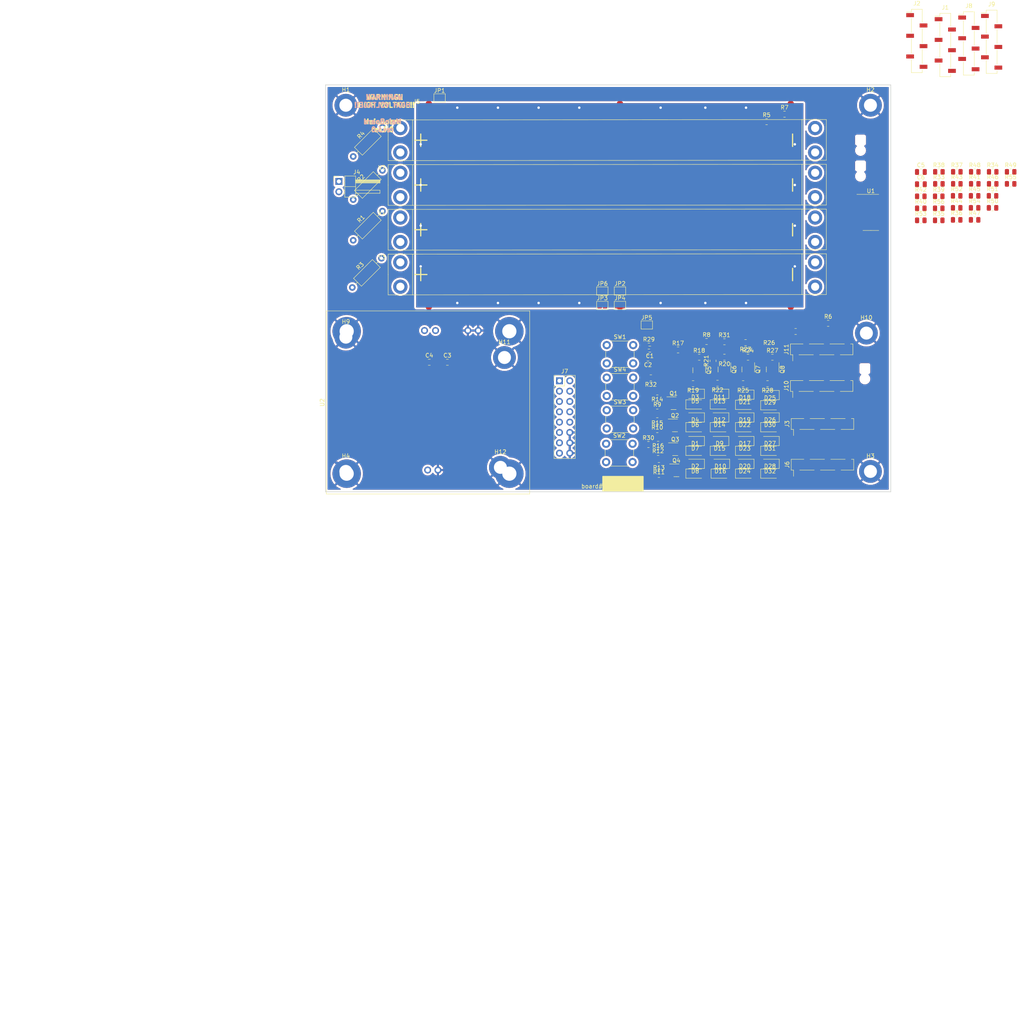
<source format=kicad_pcb>
(kicad_pcb (version 20211014) (generator pcbnew)
  (layers (0 "F.Cu" signal) (31 "B.Cu" signal) (34 "B.Paste" user) (35 "F.Paste" user) (36 "B.SilkS" user "B.Silkscreen") (37 "F.SilkS" user "F.Silkscreen") (38 "B.Mask" user) (39 "F.Mask" user) (44 "Edge.Cuts" user))
  (net 0 "")
  (net 1 "/Detector/HIGH_VOLTAGE")
  (net 2 "Net-(R1-Pad2)")
  (net 3 "Net-(R2-Pad2)")
  (net 4 "Net-(R3-Pad2)")
  (net 5 "Net-(R4-Pad2)")
  (net 6 "GND")
  (net 7 "GM4")
  (net 8 "GM3")
  (net 9 "GM2")
  (net 10 "GM1")
  (net 11 "Net-(J5-Pad1)")
  (net 12 "Net-(J5-Pad2)")
  (net 13 "Net-(J5-Pad3)")
  (net 14 "+5V")
  (net 15 "Net-(J5-Pad5)")
  (net 16 "Net-(J5-Pad6)")
  (net 17 "Net-(D1-Pad1)")
  (net 18 "Net-(D1-Pad2)")
  (net 19 "Net-(D10-Pad1)")
  (net 20 "Net-(D2-Pad2)")
  (net 21 "Net-(D11-Pad1)")
  (net 22 "Net-(D3-Pad2)")
  (net 23 "Net-(D12-Pad1)")
  (net 24 "Net-(D4-Pad2)")
  (net 25 "Net-(D5-Pad2)")
  (net 26 "Net-(D15-Pad1)")
  (net 27 "Net-(D10-Pad2)")
  (net 28 "Net-(D11-Pad2)")
  (net 29 "Net-(D12-Pad2)")
  (net 30 "Net-(D13-Pad2)")
  (net 31 "Net-(D17-Pad2)")
  (net 32 "Net-(D18-Pad2)")
  (net 33 "Net-(D19-Pad2)")
  (net 34 "Net-(D20-Pad2)")
  (net 35 "Net-(D21-Pad2)")
  (net 36 "Net-(D25-Pad2)")
  (net 37 "Net-(D26-Pad2)")
  (net 38 "Net-(D27-Pad2)")
  (net 39 "Net-(D28-Pad2)")
  (net 40 "Net-(D29-Pad2)")
  (net 41 "Net-(J5-Pad4)")
  (net 42 "/UserInterface/LED_Y_1")
  (net 43 "/UserInterface/LED_X_4")
  (net 44 "/UserInterface/LED_Y_2")
  (net 45 "/UserInterface/LED_X_3")
  (net 46 "/UserInterface/LED_Y_3")
  (net 47 "/UserInterface/LED_X_2")
  (net 48 "/UserInterface/LED_Y_4")
  (net 49 "/UserInterface/LED_X_1")
  (net 50 "/UserInterface/BUTTON_1")
  (net 51 "/UserInterface/BUTTON_VCC")
  (net 52 "/UserInterface/BUTTON_2")
  (net 53 "/UserInterface/BUTTON_3")
  (net 54 "/UserInterface/BUTTON_4")
  (net 55 "Net-(Q1-Pad1)")
  (net 56 "Net-(Q2-Pad1)")
  (net 57 "Net-(Q3-Pad1)")
  (net 58 "Net-(Q4-Pad1)")
  (net 59 "Net-(Q5-Pad1)")
  (net 60 "Net-(Q5-Pad3)")
  (net 61 "Net-(Q6-Pad1)")
  (net 62 "Net-(Q6-Pad3)")
  (net 63 "Net-(Q7-Pad1)")
  (net 64 "Net-(Q7-Pad3)")
  (net 65 "Net-(Q8-Pad1)")
  (net 66 "Net-(Q8-Pad3)")
  (net 67 "Net-(R33-Pad1)")
  (net 68 "Net-(R35-Pad1)")
  (net 69 "Net-(R37-Pad1)")
  (net 70 "Net-(R39-Pad1)")
  (net 71 "Net-(U1-Pad5)")
  (net 72 "Net-(U1-Pad7)")
  (net 73 "Net-(U1-Pad11)")
  (net 74 "Net-(U1-Pad9)")
  (net 75 "Net-(U1-Pad4)")
  (net 76 "Net-(U1-Pad6)")
  (net 77 "Net-(U1-Pad10)")
  (net 78 "Net-(U1-Pad8)")
  (net 79 "/ADC/OUT_4")
  (net 80 "/ADC/OUT_3")
  (net 81 "/ADC/OUT_2")
  (net 82 "/ADC/OUT_1")
  (footprint "Resistor_SMD:R_0805_2012Metric" (layer "F.Cu") (at 181.83 43.37)
    (fp_text reference "R38" (at 0 -1.65) (layer "F.SilkS"))
    (fp_text value "TBD")
    (pad "1" smd roundrect (at -0.9125 0) (size 1.025 1.4) (layers "F.Cu" "F.Paste" "F.Mask") (roundrect_rratio 0.243902) (net 6 "GND"))
    (pad "2" smd roundrect (at 0.9125 0) (size 1.025 1.4) (layers "F.Cu" "F.Paste" "F.Mask") (roundrect_rratio 0.243902) (net 69 "Net-(R37-Pad1)"))
  )
  (footprint "MainBoard:GeigerTubeConnector" (layer "F.Cu") (at 41.4 68.6 90)
    (fp_text reference "V3" (at 4.25 3.5) (layer "F.SilkS"))
    (fp_text value "Nuclear-Radiation_Detector")
    (fp_text user "+" (at 0 12.7 90 unlocked) (layer "F.SilkS") (effects (font (size 4 4) (thickness 0.3))))
    (fp_text user "-" (at 0 104.14 90 unlocked) (layer "F.SilkS") (effects (font (size 4 4) (thickness 0.3))))
    (pad "1" thru_hole circle (at -3 8 90) (size 3.5 3.5) (drill 2) (layers *.Cu *.Mask) (net 4 "Net-(R3-Pad2)"))
    (pad "1" thru_hole circle (at 3 8 90) (size 3.5 3.5) (drill 2) (layers *.Cu *.Mask) (net 4 "Net-(R3-Pad2)"))
    (pad "2" thru_hole circle (at -3 110 90) (size 3.5 3.5) (drill 2) (layers *.Cu *.Mask) (net 8 "GM3"))
    (pad "2" thru_hole circle (at 3 110 90) (size 3.5 3.5) (drill 2) (layers *.Cu *.Mask) (net 8 "GM3"))
  )
  (footprint "MainBoard:GeigerTubeConnector" (layer "F.Cu") (at 41.4 35.6 90)
    (fp_text reference "V4" (at 4.25 3.5) (layer "F.SilkS"))
    (fp_text value "Nuclear-Radiation_Detector")
    (fp_text user "-" (at 0 104.14 90 unlocked) (layer "F.SilkS") (effects (font (size 4 4) (thickness 0.3))))
    (fp_text user "+" (at 0 12.7 90 unlocked) (layer "F.SilkS") (effects (font (size 4 4) (thickness 0.3))))
    (pad "1" thru_hole circle (at 3 8 90) (size 3.5 3.5) (drill 2) (layers *.Cu *.Mask) (net 5 "Net-(R4-Pad2)"))
    (pad "1" thru_hole circle (at -3 8 90) (size 3.5 3.5) (drill 2) (layers *.Cu *.Mask) (net 5 "Net-(R4-Pad2)"))
    (pad "2" thru_hole circle (at 3 110 90) (size 3.5 3.5) (drill 2) (layers *.Cu *.Mask) (net 7 "GM4"))
    (pad "2" thru_hole circle (at -3 110 90) (size 3.5 3.5) (drill 2) (layers *.Cu *.Mask) (net 7 "GM4"))
  )
  (footprint "MountingHole:MountingHole_3.2mm_M3_DIN965_Pad" (layer "F.Cu") (at 164 83)
    (fp_text reference "H10" (at 0 -3.8) (layer "F.SilkS"))
    (fp_text value "MountingHole_Pad")
    (pad "1" thru_hole circle (at 0 0) (size 5.6 5.6) (drill 3.2) (layers *.Cu *.Mask) (net 6 "GND"))
  )
  (footprint "Connector_PinSocket_2.54mm:PinSocket_1x06_P2.54mm_Vertical_SMD_Pin1Left" (layer "F.Cu") (at 183.4 12.2)
    (fp_text reference "J1" (at 0 -9.22) (layer "F.SilkS"))
    (fp_text value "Conn_01x06_Female")
    (pad "1" smd rect (at -1.65 -6.35) (size 1.9 1) (layers "F.Cu" "F.Paste" "F.Mask") (net 6 "GND"))
    (pad "2" smd rect (at 1.65 -3.81) (size 1.9 1) (layers "F.Cu" "F.Paste" "F.Mask") (net 79 "/ADC/OUT_4"))
    (pad "3" smd rect (at -1.65 -1.27) (size 1.9 1) (layers "F.Cu" "F.Paste" "F.Mask") (net 80 "/ADC/OUT_3"))
    (pad "4" smd rect (at 1.65 1.27) (size 1.9 1) (layers "F.Cu" "F.Paste" "F.Mask") (net 81 "/ADC/OUT_2"))
    (pad "5" smd rect (at -1.65 3.81) (size 1.9 1) (layers "F.Cu" "F.Paste" "F.Mask") (net 82 "/ADC/OUT_1"))
    (pad "6" smd rect (at 1.65 6.35) (size 1.9 1) (layers "F.Cu" "F.Paste" "F.Mask") (net 14 "+5V"))
  )
  (footprint "Resistor_SMD:R_0805_2012Metric" (layer "F.Cu") (at 146.6 82.6 180)
    (fp_text reference "R26" (at 6.510436 -2.785) (layer "F.SilkS"))
    (fp_text value "10k")
    (pad "1" smd roundrect (at -0.9125 0 180) (size 1.025 1.4) (layers "F.Cu" "F.Paste" "F.Mask") (roundrect_rratio 0.243902) (net 65 "Net-(Q8-Pad1)"))
    (pad "2" smd roundrect (at 0.9125 0 180) (size 1.025 1.4) (layers "F.Cu" "F.Paste" "F.Mask") (roundrect_rratio 0.243902) (net 48 "/UserInterface/LED_Y_4"))
  )
  (footprint "Resistor_THT:R_Axial_DIN0207_L6.3mm_D2.5mm_P10.16mm_Horizontal" (layer "F.Cu") (at 37.807898 39.592103 45)
    (fp_text reference "R4" (at 5.08 -2.37 45) (layer "F.SilkS"))
    (fp_text value "6M8")
    (pad "1" thru_hole circle (at 0 0 45) (size 1.6 1.6) (drill 0.8) (layers *.Cu *.Mask) (net 1 "/Detector/HIGH_VOLTAGE"))
    (pad "2" thru_hole oval (at 10.16 0 45) (size 1.6 1.6) (drill 0.8) (layers *.Cu *.Mask) (net 5 "Net-(R4-Pad2)"))
  )
  (footprint "Connector_PinSocket_2.54mm:PinSocket_1x06_P2.54mm_Vertical_SMD_Pin1Left" (layer "F.Cu") (at 194.8 11.4)
    (fp_text reference "J9" (at 0 -9.22) (layer "F.SilkS"))
    (fp_text value "Conn_01x06_Female")
    (pad "1" smd rect (at -1.65 -6.35) (size 1.9 1) (layers "F.Cu" "F.Paste" "F.Mask") (net 6 "GND"))
    (pad "2" smd rect (at 1.65 -3.81) (size 1.9 1) (layers "F.Cu" "F.Paste" "F.Mask") (net 79 "/ADC/OUT_4"))
    (pad "3" smd rect (at -1.65 -1.27) (size 1.9 1) (layers "F.Cu" "F.Paste" "F.Mask") (net 80 "/ADC/OUT_3"))
    (pad "4" smd rect (at 1.65 1.27) (size 1.9 1) (layers "F.Cu" "F.Paste" "F.Mask") (net 81 "/ADC/OUT_2"))
    (pad "5" smd rect (at -1.65 3.81) (size 1.9 1) (layers "F.Cu" "F.Paste" "F.Mask") (net 82 "/ADC/OUT_1"))
    (pad "6" smd rect (at 1.65 6.35) (size 1.9 1) (layers "F.Cu" "F.Paste" "F.Mask") (net 14 "+5V"))
  )
  (footprint "Resistor_SMD:R_0805_2012Metric" (layer "F.Cu") (at 190.65 46.32)
    (fp_text reference "R41" (at 0 -1.65) (layer "F.SilkS"))
    (fp_text value "TBD")
    (pad "1" smd roundrect (at -0.9125 0) (size 1.025 1.4) (layers "F.Cu" "F.Paste" "F.Mask") (roundrect_rratio 0.243902) (net 67 "Net-(R33-Pad1)"))
    (pad "2" smd roundrect (at 0.9125 0) (size 1.025 1.4) (layers "F.Cu" "F.Paste" "F.Mask") (roundrect_rratio 0.243902) (net 71 "Net-(U1-Pad5)"))
  )
  (footprint "Resistor_SMD:R_0805_2012Metric" (layer "F.Cu") (at 190.65 43.37)
    (fp_text reference "R48" (at 0 -1.65) (layer "F.SilkS"))
    (fp_text value "TBD")
    (pad "1" smd roundrect (at -0.9125 0) (size 1.025 1.4) (layers "F.Cu" "F.Paste" "F.Mask") (roundrect_rratio 0.243902) (net 74 "Net-(U1-Pad9)"))
    (pad "2" smd roundrect (at 0.9125 0) (size 1.025 1.4) (layers "F.Cu" "F.Paste" "F.Mask") (roundrect_rratio 0.243902) (net 79 "/ADC/OUT_4"))
  )
  (footprint "Resistor_SMD:R_0805_2012Metric" (layer "F.Cu") (at 186.2 52.22)
    (fp_text reference "R44" (at 0 -1.65) (layer "F.SilkS"))
    (fp_text value "TBD")
    (pad "1" smd roundrect (at -0.9125 0) (size 1.025 1.4) (layers "F.Cu" "F.Paste" "F.Mask") (roundrect_rratio 0.243902) (net 70 "Net-(R39-Pad1)"))
    (pad "2" smd roundrect (at 0.9125 0) (size 1.025 1.4) (layers "F.Cu" "F.Paste" "F.Mask") (roundrect_rratio 0.243902) (net 74 "Net-(U1-Pad9)"))
  )
  (footprint "Button_Switch_THT:SW_PUSH_6mm" (layer "F.Cu") (at 100.15 101.95)
    (fp_text reference "SW3" (at 3.25 -2) (layer "F.SilkS"))
    (fp_text value "SW_Push")
    (pad "1" thru_hole circle (at 6.5 0 90) (size 2 2) (drill 1.1) (layers *.Cu *.Mask) (net 53 "/UserInterface/BUTTON_3"))
    (pad "1" thru_hole circle (at 0 0 90) (size 2 2) (drill 1.1) (layers *.Cu *.Mask) (net 53 "/UserInterface/BUTTON_3"))
    (pad "2" thru_hole circle (at 6.5 4.5 90) (size 2 2) (drill 1.1) (layers *.Cu *.Mask) (net 51 "/UserInterface/BUTTON_VCC"))
    (pad "2" thru_hole circle (at 0 4.5 90) (size 2 2) (drill 1.1) (layers *.Cu *.Mask) (net 51 "/UserInterface/BUTTON_VCC"))
  )
  (footprint "Connector_PinHeader_2.54mm:PinHeader_1x06_P2.54mm_Vertical_SMD_Pin1Left" (layer "F.Cu") (at 153.2 105.345 90)
    (fp_text reference "J3" (at 0 -8.68 90) (layer "F.SilkS"))
    (fp_text value "Conn_01x06_Male")
    (pad "1" smd rect (at -1.655 -6.35 90) (size 2.51 1) (layers "F.Cu" "F.Paste" "F.Mask") (net 14 "+5V"))
    (pad "2" smd rect (at 1.655 -3.81 90) (size 2.51 1) (layers "F.Cu" "F.Paste" "F.Mask") (net 82 "/ADC/OUT_1"))
    (pad "3" smd rect (at -1.655 -1.27 90) (size 2.51 1) (layers "F.Cu" "F.Paste" "F.Mask") (net 81 "/ADC/OUT_2"))
    (pad "4" smd rect (at 1.655 1.27 90) (size 2.51 1) (layers "F.Cu" "F.Paste" "F.Mask") (net 80 "/ADC/OUT_3"))
    (pad "5" smd rect (at -1.655 3.81 90) (size 2.51 1) (layers "F.Cu" "F.Paste" "F.Mask") (net 79 "/ADC/OUT_4"))
    (pad "6" smd rect (at 1.655 6.35 90) (size 2.51 1) (layers "F.Cu" "F.Paste" "F.Mask") (net 6 "GND"))
  )
  (footprint "LED_SMD:LED_1206_3216Metric" (layer "F.Cu") (at 134.089564 98.135 180)
    (fp_text reference "D21" (at 0 -1.82) (layer "F.SilkS"))
    (fp_text value "LED")
    (pad "1" smd roundrect (at -1.4 0 180) (size 1.25 1.75) (layers "F.Cu" "F.Paste" "F.Mask") (roundrect_rratio 0.2) (net 32 "Net-(D18-Pad2)"))
    (pad "2" smd roundrect (at 1.4 0 180) (size 1.25 1.75) (layers "F.Cu" "F.Paste" "F.Mask") (roundrect_rratio 0.2) (net 35 "Net-(D21-Pad2)"))
  )
  (footprint "Button_Switch_THT:SW_PUSH_6mm" (layer "F.Cu") (at 100 110.2)
    (fp_text reference "SW2" (at 3.25 -2) (layer "F.SilkS"))
    (fp_text value "SW_Push")
    (pad "1" thru_hole circle (at 0 0 90) (size 2 2) (drill 1.1) (layers *.Cu *.Mask) (net 52 "/UserInterface/BUTTON_2"))
    (pad "1" thru_hole circle (at 6.5 0 90) (size 2 2) (drill 1.1) (layers *.Cu *.Mask) (net 52 "/UserInterface/BUTTON_2"))
    (pad "2" thru_hole circle (at 6.5 4.5 90) (size 2 2) (drill 1.1) (layers *.Cu *.Mask) (net 51 "/UserInterface/BUTTON_VCC"))
    (pad "2" thru_hole circle (at 0 4.5 90) (size 2 2) (drill 1.1) (layers *.Cu *.Mask) (net 51 "/UserInterface/BUTTON_VCC"))
  )
  (footprint "Resistor_SMD:R_0805_2012Metric" (layer "F.Cu") (at 177.38 52.34)
    (fp_text reference "R40" (at 0 -1.65) (layer "F.SilkS"))
    (fp_text value "TBD")
    (pad "1" smd roundrect (at -0.9125 0) (size 1.025 1.4) (layers "F.Cu" "F.Paste" "F.Mask") (roundrect_rratio 0.243902) (net 6 "GND"))
    (pad "2" smd roundrect (at 0.9125 0) (size 1.025 1.4) (layers "F.Cu" "F.Paste" "F.Mask") (roundrect_rratio 0.243902) (net 70 "Net-(R39-Pad1)"))
  )
  (footprint "Package_TO_SOT_SMD:SOT-23" (layer "F.Cu") (at 129.089564 91.935 -90)
    (fp_text reference "Q6" (at 0 -2.4 90) (layer "F.SilkS"))
    (fp_text value "BC859")
    (pad "1" smd roundrect (at -0.9375 -0.95 270) (size 1.475 0.6) (layers "F.Cu" "F.Paste" "F.Mask") (net 61 "Net-(Q6-Pad1)"))
    (pad "2" smd roundrect (at -0.9375 0.95 270) (size 1.475 0.6) (layers "F.Cu" "F.Paste" "F.Mask") (net 14 "+5V"))
    (pad "3" smd roundrect (at 0.9375 0 270) (size 1.475 0.6) (layers "F.Cu" "F.Paste" "F.Mask") (net 62 "Net-(Q6-Pad3)"))
  )
  (footprint "MountingHole:MountingHole_3.2mm_M3_DIN965_Pad" (layer "F.Cu") (at 36 84)
    (fp_text reference "H9" (at 0 -3.8) (layer "F.SilkS"))
    (fp_text value "MountingHole_Pad")
    (pad "1" thru_hole circle (at 0 0) (size 5.6 5.6) (drill 3.2) (layers *.Cu *.Mask) (net 6 "GND"))
  )
  (footprint "MountingHole:MountingHole_3.2mm_M3_DIN965_Pad" (layer "F.Cu") (at 36 117)
    (fp_text reference "H4" (at 0 -3.8) (layer "F.SilkS"))
    (fp_text value "MountingHole_Pad")
    (pad "1" thru_hole circle (at 0 0) (size 5.6 5.6) (drill 3.2) (layers *.Cu *.Mask) (net 6 "GND"))
  )
  (footprint "LED_SMD:LED_1206_3216Metric" (layer "F.Cu") (at 127.889564 97.935 180)
    (fp_text reference "D13" (at 0 -1.82) (layer "F.SilkS"))
    (fp_text value "LED")
    (pad "1" smd roundrect (at -1.4 0 180) (size 1.25 1.75) (layers "F.Cu" "F.Paste" "F.Mask") (roundrect_rratio 0.2) (net 28 "Net-(D11-Pad2)"))
    (pad "2" smd roundrect (at 1.4 0 180) (size 1.25 1.75) (layers "F.Cu" "F.Paste" "F.Mask") (roundrect_rratio 0.2) (net 30 "Net-(D13-Pad2)"))
  )
  (footprint "Resistor_SMD:R_0805_2012Metric" (layer "F.Cu") (at 129.089564 88.935 180)
    (fp_text reference "R20" (at 0 -1.65) (layer "F.SilkS"))
    (fp_text value "10k")
    (pad "1" smd roundrect (at -0.9125 0 180) (size 1.025 1.4) (layers "F.Cu" "F.Paste" "F.Mask") (roundrect_rratio 0.243902) (net 61 "Net-(Q6-Pad1)"))
    (pad "2" smd roundrect (at 0.9125 0 180) (size 1.025 1.4) (layers "F.Cu" "F.Paste" "F.Mask") (roundrect_rratio 0.243902) (net 44 "/UserInterface/LED_Y_2"))
  )
  (footprint "Resistor_SMD:R_0805_2012Metric" (layer "F.Cu") (at 134.889564 88.935)
    (fp_text reference "R24" (at 0 -1.65) (layer "F.SilkS"))
    (fp_text value "10k")
    (pad "1" smd roundrect (at -0.9125 0) (size 1.025 1.4) (layers "F.Cu" "F.Paste" "F.Mask") (roundrect_rratio 0.243902) (net 14 "+5V"))
    (pad "2" smd roundrect (at 0.9125 0) (size 1.025 1.4) (layers "F.Cu" "F.Paste" "F.Mask") (roundrect_rratio 0.243902) (net 63 "Net-(Q7-Pad1)"))
  )
  (footprint "Resistor_SMD:R_0805_2012Metric" (layer "F.Cu") (at 133.689564 95.435 180)
    (fp_text reference "R25" (at 0 -1.65) (layer "F.SilkS"))
    (fp_text value "1k")
    (pad "1" smd roundrect (at -0.9125 0 180) (size 1.025 1.4) (layers "F.Cu" "F.Paste" "F.Mask") (roundrect_rratio 0.243902) (net 64 "Net-(Q7-Pad3)"))
    (pad "2" smd roundrect (at 0.9125 0 180) (size 1.025 1.4) (layers "F.Cu" "F.Paste" "F.Mask") (roundrect_rratio 0.243902) (net 35 "Net-(D21-Pad2)"))
  )
  (footprint "Resistor_SMD:R_0805_2012Metric" (layer "F.Cu") (at 181.83 46.32)
    (fp_text reference "R33" (at 0 -1.65) (layer "F.SilkS"))
    (fp_text value "TBD")
    (pad "1" smd roundrect (at -0.9125 0) (size 1.025 1.4) (layers "F.Cu" "F.Paste" "F.Mask") (roundrect_rratio 0.243902) (net 67 "Net-(R33-Pad1)"))
    (pad "2" smd roundrect (at 0.9125 0) (size 1.025 1.4) (layers "F.Cu" "F.Paste" "F.Mask") (roundrect_rratio 0.243902) (net 14 "+5V"))
  )
  (footprint "Resistor_SMD:R_0805_2012Metric" (layer "F.Cu") (at 154.6 80.6)
    (fp_text reference "R6" (at 0 -1.65) (layer "F.SilkS"))
    (fp_text value "TBD")
    (pad "1" smd roundrect (at -0.9125 0) (size 1.025 1.4) (layers "F.Cu" "F.Paste" "F.Mask") (roundrect_rratio 0.243902) (net 8 "GM3"))
    (pad "2" smd roundrect (at 0.9125 0) (size 1.025 1.4) (layers "F.Cu" "F.Paste" "F.Mask") (roundrect_rratio 0.243902) (net 6 "GND"))
  )
  (footprint "LED_SMD:LED_1206_3216Metric" (layer "F.Cu") (at 140.289564 100.735)
    (fp_text reference "D25" (at 0 -1.82) (layer "F.SilkS"))
    (fp_text value "LED")
    (pad "1" smd roundrect (at -1.4 0) (size 1.25 1.75) (layers "F.Cu" "F.Paste" "F.Mask") (roundrect_rratio 0.2) (net 21 "Net-(D11-Pad1)"))
    (pad "2" smd roundrect (at 1.4 0) (size 1.25 1.75) (layers "F.Cu" "F.Paste" "F.Mask") (roundrect_rratio 0.2) (net 36 "Net-(D25-Pad2)"))
  )
  (footprint "LED_SMD:LED_1206_3216Metric" (layer "F.Cu") (at 127.889564 100.535)
    (fp_text reference "D11" (at 0 -1.82) (layer "F.SilkS"))
    (fp_text value "LED")
    (pad "1" smd roundrect (at -1.4 0) (size 1.25 1.75) (layers "F.Cu" "F.Paste" "F.Mask") (roundrect_rratio 0.2) (net 21 "Net-(D11-Pad1)"))
    (pad "2" smd roundrect (at 1.4 0) (size 1.25 1.75) (layers "F.Cu" "F.Paste" "F.Mask") (roundrect_rratio 0.2) (net 28 "Net-(D11-Pad2)"))
  )
  (footprint "Resistor_SMD:R_0805_2012Metric" (layer "F.Cu") (at 111 94 180)
    (fp_text reference "R32" (at 0 -1.65) (layer "F.SilkS"))
    (fp_text value "10k")
    (pad "1" smd roundrect (at -0.9125 0 180) (size 1.025 1.4) (layers "F.Cu" "F.Paste" "F.Mask") (roundrect_rratio 0.243902) (net 54 "/UserInterface/BUTTON_4"))
    (pad "2" smd roundrect (at 0.9125 0 180) (size 1.025 1.4) (layers "F.Cu" "F.Paste" "F.Mask") (roundrect_rratio 0.243902) (net 6 "GND"))
  )
  (footprint "Resistor_SMD:R_0805_2012Metric" (layer "F.Cu") (at 181.79 55.29)
    (fp_text reference "R35" (at 0 -1.65) (layer "F.SilkS"))
    (fp_text value "TBD")
    (pad "1" smd roundrect (at -0.9125 0) (size 1.025 1.4) (layers "F.Cu" "F.Paste" "F.Mask") (roundrect_rratio 0.243902) (net 68 "Net-(R35-Pad1)"))
    (pad "2" smd roundrect (at 0.9125 0) (size 1.025 1.4) (layers "F.Cu" "F.Paste" "F.Mask") (roundrect_rratio 0.243902) (net 14 "+5V"))
  )
  (footprint "Resistor_THT:R_Axial_DIN0207_L6.3mm_D2.5mm_P10.16mm_Horizontal" (layer "F.Cu") (at 37.58 71.792103 45)
    (fp_text reference "R3" (at 5.08 -2.37 45) (layer "F.SilkS"))
    (fp_text value "6M8")
    (pad "1" thru_hole circle (at 0 0 45) (size 1.6 1.6) (drill 0.8) (layers *.Cu *.Mask) (net 1 "/Detector/HIGH_VOLTAGE"))
    (pad "2" thru_hole oval (at 10.16 0 45) (size 1.6 1.6) (drill 0.8) (layers *.Cu *.Mask) (net 4 "Net-(R3-Pad2)"))
  )
  (footprint "MountingHole:MountingHole_3.2mm_M3_DIN965_Pad" (layer "F.Cu") (at 165 27)
    (fp_text reference "H2" (at 0 -3.8) (layer "F.SilkS"))
    (fp_text value "MountingHole_Pad")
    (pad "1" thru_hole circle (at 0 0) (size 5.6 5.6) (drill 3.2) (layers *.Cu *.Mask) (net 6 "GND"))
  )
  (footprint "Jumper:SolderJumper-2_P1.3mm_Open_Pad1.0x1.5mm" (layer "F.Cu") (at 110 81)
    (fp_text reference "JP5" (at 0 -1.8) (layer "F.SilkS"))
    (fp_text value "Jumper_2_Open")
    (pad "1" smd rect (at -0.65 0) (size 1 1.5) (layers "F.Cu" "F.Mask") (net 15 "Net-(J5-Pad5)"))
    (pad "2" smd rect (at 0.65 0) (size 1 1.5) (layers "F.Cu" "F.Mask") (net 6 "GND"))
  )
  (footprint "Resistor_SMD:R_0805_2012Metric" (layer "F.Cu") (at 195.06 43.37)
    (fp_text reference "R34" (at 0 -1.65) (layer "F.SilkS"))
    (fp_text value "TBD")
    (pad "1" smd roundrect (at -0.9125 0) (size 1.025 1.4) (layers "F.Cu" "F.Paste" "F.Mask") (roundrect_rratio 0.243902) (net 6 "GND"))
    (pad "2" smd roundrect (at 0.9125 0) (size 1.025 1.4) (layers "F.Cu" "F.Paste" "F.Mask") (roundrect_rratio 0.243902) (net 67 "Net-(R33-Pad1)"))
  )
  (footprint "LED_SMD:LED_1206_3216Metric" (layer "F.Cu") (at 121.889564 115.135 180)
    (fp_text reference "D8" (at 0 -1.82 180) (layer "F.SilkS"))
    (fp_text value "LED")
    (pad "1" smd roundrect (at -1.4 0 180) (size 1.25 1.75) (layers "F.Cu" "F.Paste" "F.Mask") (roundrect_rratio 0.2) (net 20 "Net-(D2-Pad2)"))
    (pad "2" smd roundrect (at 1.4 0 180) (size 1.25 1.75) (layers "F.Cu" "F.Paste" "F.Mask") (roundrect_rratio 0.2) (net 25 "Net-(D5-Pad2)"))
  )
  (footprint "LED_SMD:LED_1206_3216Metric" (layer "F.Cu") (at 134.089564 111.935)
    (fp_text reference "D17" (at 0 -1.82) (layer "F.SilkS"))
    (fp_text value "LED")
    (pad "1" smd roundrect (at -1.4 0) (size 1.25 1.75) (layers "F.Cu" "F.Paste" "F.Mask") (roundrect_rratio 0.2) (net 17 "Net-(D1-Pad1)"))
    (pad "2" smd roundrect (at 1.4 0) (size 1.25 1.75) (layers "F.Cu" "F.Paste" "F.Mask") (roundrect_rratio 0.2) (net 31 "Net-(D17-Pad2)"))
  )
  (footprint "Connector_PinHeader_2.54mm:PinHeader_1x02_P2.54mm_Horizontal" (layer "F.Cu") (at 34.29 45.72)
    (fp_text reference "J4" (at 4.385 -2.27) (layer "F.SilkS"))
    (fp_text value "Conn_01x02_Male")
    (pad "1" thru_hole rect (at 0 0) (size 1.7 1.7) (drill 1) (layers *.Cu *.Mask) (net 1 "/Detector/HIGH_VOLTAGE"))
    (pad "2" thru_hole oval (at 0 2.54) (size 1.7 1.7) (drill 1) (layers *.Cu *.Mask) (net 1 "/Detector/HIGH_VOLTAGE"))
  )
  (footprint "LED_SMD:LED_1206_3216Metric" (layer "F.Cu") (at 121.889564 97.935 180)
    (fp_text reference "D5" (at 0 -1.82) (layer "F.SilkS"))
    (fp_text value "LED")
    (pad "1" smd roundrect (at -1.4 0 180) (size 1.25 1.75) (layers "F.Cu" "F.Paste" "F.Mask") (roundrect_rratio 0.2) (net 22 "Net-(D3-Pad2)"))
    (pad "2" smd roundrect (at 1.4 0 180) (size 1.25 1.75) (layers "F.Cu" "F.Paste" "F.Mask") (roundrect_rratio 0.2) (net 25 "Net-(D5-Pad2)"))
  )
  (footprint "LED_SMD:LED_1206_3216Metric" (layer "F.Cu") (at 128.089564 117.535)
    (fp_text reference "D10" (at 0 -1.82) (layer "F.SilkS"))
    (fp_text value "LED")
    (pad "1" smd roundrect (at -1.4 0) (size 1.25 1.75) (layers "F.Cu" "F.Paste" "F.Mask") (roundrect_rratio 0.2) (net 19 "Net-(D10-Pad1)"))
    (pad "2" smd roundrect (at 1.4 0) (size 1.25 1.75) (layers "F.Cu" "F.Paste" "F.Mask") (roundrect_rratio 0.2) (net 27 "Net-(D10-Pad2)"))
  )
  (footprint "LED_SMD:LED_1206_3216Metric" (layer "F.Cu") (at 127.889564 111.935)
    (fp_text reference "D9" (at 0 -1.82) (layer "F.SilkS"))
    (fp_text value "LED")
    (pad "1" smd roundrect (at -1.4 0) (size 1.25 1.75) (layers "F.Cu" "F.Paste" "F.Mask") (roundrect_rratio 0.2) (net 17 "Net-(D1-Pad1)"))
    (pad "2" smd roundrect (at 1.4 0) (size 1.25 1.75) (layers "F.Cu" "F.Paste" "F.Mask") (roundrect_rratio 0.2) (net 26 "Net-(D15-Pad1)"))
  )
  (footprint "Resistor_SMD:R_0805_2012Metric" (layer "F.Cu") (at 186.24 43.37)
    (fp_text reference "R37" (at 0 -1.65) (layer "F.SilkS"))
    (fp_text value "TBD")
    (pad "1" smd roundrect (at -0.9125 0) (size 1.025 1.4) (layers "F.Cu" "F.Paste" "F.Mask") (roundrect_rratio 0.243902) (net 69 "Net-(R37-Pad1)"))
    (pad "2" smd roundrect (at 0.9125 0) (size 1.025 1.4) (layers "F.Cu" "F.Paste" "F.Mask") (roundrect_rratio 0.243902) (net 14 "+5V"))
  )
  (footprint "Resistor_SMD:R_0805_2012Metric" (layer "F.Cu") (at 186.2 49.27)
    (fp_text reference "R52" (at 0 -1.65) (layer "F.SilkS"))
    (fp_text value "TBD")
    (pad "1" smd roundrect (at -0.9125 0) (size 1.025 1.4) (layers "F.Cu" "F.Paste" "F.Mask") (roundrect_rratio 0.243902) (net 78 "Net-(U1-Pad8)"))
    (pad "2" smd roundrect (at 0.9125 0) (size 1.025 1.4) (layers "F.Cu" "F.Paste" "F.Mask") (roundrect_rratio 0.243902) (net 7 "GM4"))
  )
  (footprint "MainBoard:GeigerTubeConnector" (layer "F.Cu") (at 41.4 57.6 90)
    (fp_text reference "V1" (at 4.25 3.5) (layer "F.SilkS"))
    (fp_text value "Nuclear-Radiation_Detector")
    (fp_text user "+" (at 0 12.7 90 unlocked) (layer "F.SilkS") (effects (font (size 4 4) (thickness 0.3))))
    (fp_text user "-" (at 0 104.14 90 unlocked) (layer "F.SilkS") (effects (font (size 4 4) (thickness 0.3))))
    (pad "1" thru_hole circle (at 3 8 90) (size 3.5 3.5) (drill 2) (layers *.Cu *.Mask) (net 2 "Net-(R1-Pad2)"))
    (pad "1" thru_hole circle (at -3 8 90) (size 3.5 3.5) (drill 2) (layers *.Cu *.Mask) (net 2 "Net-(R1-Pad2)"))
    (pad "2" thru_hole circle (at -3 110 90) (size 3.5 3.5) (drill 2) (layers *.Cu *.Mask) (net 10 "GM1"))
    (pad "2" thru_hole circle (at 3 110 90) (size 3.5 3.5) (drill 2) (layers *.Cu *.Mask) (net 10 "GM1"))
  )
  (footprint "Resistor_SMD:R_0805_2012Metric" (layer "F.Cu") (at 110.4 110.4)
    (fp_text reference "R30" (at 0 -1.65) (layer "F.SilkS"))
    (fp_text value "10k")
    (pad "1" smd roundrect (at -0.9125 0) (size 1.025 1.4) (layers "F.Cu" "F.Paste" "F.Mask") (roundrect_rratio 0.243902) (net 52 "/UserInterface/BUTTON_2"))
    (pad "2" smd roundrect (at 0.9125 0) (size 1.025 1.4) (layers "F.Cu" "F.Paste" "F.Mask") (roundrect_rratio 0.243902) (net 6 "GND"))
  )
  (footprint "Resistor_SMD:R_0805_2012Metric" (layer "F.Cu") (at 124.694564 85.07)
    (fp_text reference "R8" (at 0 -1.65) (layer "F.SilkS"))
    (fp_text value "TBD")
    (pad "1" smd roundrect (at -0.9125 0) (size 1.025 1.4) (layers "F.Cu" "F.Paste" "F.Mask") (roundrect_rratio 0.243902) (net 10 "GM1"))
    (pad "2" smd roundrect (at 0.9125 0) (size 1.025 1.4) (layers "F.Cu" "F.Paste" "F.Mask") (roundrect_rratio 0.243902) (net 6 "GND"))
  )
  (footprint "Resistor_SMD:R_0805_2012Metric" (layer "F.Cu") (at 195.02 52.22)
    (fp_text reference "R50" (at 0 -1.65) (layer "F.SilkS"))
    (fp_text value "TBD")
    (pad "1" smd roundrect (at -0.9125 0) (size 1.025 1.4) (layers "F.Cu" "F.Paste" "F.Mask") (roundrect_rratio 0.243902) (net 76 "Net-(U1-Pad6)"))
    (pad "2" smd roundrect (at 0.9125 0) (size 1.025 1.4) (layers "F.Cu" "F.Paste" "F.Mask") (roundrect_rratio 0.243902) (net 9 "GM2"))
  )
  (footprint "Connector_PinHeader_2.54mm:PinHeader_2x08_P2.54mm_Vertical" (layer "F.Cu") (at 88.525 94.725)
    (fp_text reference "J7" (at 1.27 -2.33) (layer "F.SilkS"))
    (fp_text value "Conn_02x08_Odd_Even")
    (pad "1" thru_hole rect (at 0 0) (size 1.7 1.7) (drill 1) (layers *.Cu *.Mask) (net 42 "/UserInterface/LED_Y_1"))
    (pad "2" thru_hole oval (at 2.54 0) (size 1.7 1.7) (drill 1) (layers *.Cu *.Mask) (net 43 "/UserInterface/LED_X_4"))
    (pad "3" thru_hole oval (at 0 2.54) (size 1.7 1.7) (drill 1) (layers *.Cu *.Mask) (net 44 "/UserInterface/LED_Y_2"))
    (pad "4" thru_hole oval (at 2.54 2.54) (size 1.7 1.7) (drill 1) (layers *.Cu *.Mask) (net 45 "/UserInterface/LED_X_3"))
    (pad "5" thru_hole oval (at 0 5.08) (size 1.7 1.7) (drill 1) (layers *.Cu *.Mask) (net 46 "/UserInterface/LED_Y_3"))
    (pad "6" thru_hole oval (at 2.54 5.08) (size 1.7 1.7) (drill 1) (layers *.Cu *.Mask) (net 47 "/UserInterface/LED_X_2"))
    (pad "7" thru_hole oval (at 0 7.62) (size 1.7 1.7) (drill 1) (layers *.Cu *.Mask) (net 48 "/UserInterface/LED_Y_4"))
    (pad "8" thru_hole oval (at 2.54 7.62) (size 1.7 1.7) (drill 1) (layers *.Cu *.Mask) (net 49 "/UserInterface/LED_X_1"))
    (pad "9" thru_hole oval (at 0 10.16) (size 1.7 1.7) (drill 1) (layers *.Cu *.Mask) (net 50 "/UserInterface/BUTTON_1"))
    (pad "10" thru_hole oval (at 2.54 10.16) (size 1.7 1.7) (drill 1) (layers *.Cu *.Mask) (net 51 "/UserInterface/BUTTON_VCC"))
    (pad "11" thru_hole oval (at 0 12.7) (size 1.7 1.7) (drill 1) (layers *.Cu *.Mask) (net 52 "/UserInterface/BUTTON_2"))
    (pad "12" thru_hole oval (at 2.54 12.7) (size 1.7 1.7) (drill 1) (layers *.Cu *.Mask) (net 6 "GND"))
    (pad "13" thru_hole oval (at 0 15.24) (size 1.7 1.7) (drill 1) (layers *.Cu *.Mask) (net 53 "/UserInterface/BUTTON_3"))
    (pad "14" thru_hole oval (at 2.54 15.24) (size 1.7 1.7) (drill 1) (layers *.Cu *.Mask) (net 6 "GND"))
    (pad "15" thru_hole oval (at 0 17.78) (size 1.7 1.7) (drill 1) (layers *.Cu *.Mask) (net 54 "/UserInterface/BUTTON_4"))
    (pad "16" thru_hole oval (at 2.54 17.78) (size 1.7 1.7) (drill 1) (layers *.Cu *.Mask) (net 6 "GND"))
  )
  (footprint "LED_SMD:LED_1206_3216Metric" (layer "F.Cu") (at 121.889564 106.135)
    (fp_text reference "D4" (at 0 -1.82) (layer "F.SilkS"))
    (fp_text value "LED")
    (pad "1" smd roundrect (at -1.4 0) (size 1.25 1.75) (layers "F.Cu" "F.Paste" "F.Mask") (roundrect_rratio 0.2) (net 23 "Net-(D12-Pad1)"))
    (pad "2" smd roundrect (at 1.4 0) (size 1.25 1.75) (layers "F.Cu" "F.Paste" "F.Mask") (roundrect_rratio 0.2) (net 24 "Net-(D4-Pad2)"))
  )
  (footprint "Resistor_SMD:R_0805_2012Metric" (layer "F.Cu") (at 112.977064 115.535 180)
    (fp_text reference "R11" (at 0 -1.65) (layer "F.SilkS"))
    (fp_text value "10k")
    (pad "1" smd roundrect (at -0.9125 0 180) (size 1.025 1.4) (layers "F.Cu" "F.Paste" "F.Mask") (roundrect_rratio 0.243902) (net 58 "Net-(Q4-Pad1)"))
    (pad "2" smd roundrect (at 0.9125 0 180) (size 1.025 1.4) (layers "F.Cu" "F.Paste" "F.Mask") (roundrect_rratio 0.243902) (net 43 "/UserInterface/LED_X_4"))
  )
  (footprint "LED_SMD:LED_1206_3216Metric" (layer "F.Cu") (at 134.089564 100.635)
    (fp_text reference "D18" (at 0 -1.82) (layer "F.SilkS"))
    (fp_text value "LED")
    (pad "1" smd roundrect (at -1.4 0) (size 1.25 1.75) (layers "F.Cu" "F.Paste" "F.Mask") (roundrect_rratio 0.2) (net 21 "Net-(D11-Pad1)"))
    (pad "2" smd roundrect (at 1.4 0) (size 1.25 1.75) (layers "F.Cu" "F.Paste" "F.Mask") (roundrect_rratio 0.2) (net 32 "Net-(D18-Pad2)"))
  )
  (footprint "Capacitor_SMD:C_0805_2012Metric" (layer "F.Cu") (at 60.96 90.17)
    (fp_text reference "C3" (at 0 -1.68) (layer "F.SilkS"))
    (fp_text value "100n")
    (pad "1" smd roundrect (at -0.95 0) (size 1 1.45) (layers "F.Cu" "F.Paste" "F.Mask") (net 14 "+5V"))
    (pad "2" smd roundrect (at 0.95 0) (size 1 1.45) (layers "F.Cu" "F.Paste" "F.Mask") (net 6 "GND"))
  )
  (footprint "LED_SMD:LED_1206_3216Metric" (layer "F.Cu") (at 121.889564 117.535)
    (fp_text reference "D2" (at 0 -1.82) (layer "F.SilkS"))
    (fp_text value "LED")
    (pad "1" smd roundrect (at -1.4 0) (size 1.25 1.75) (layers "F.Cu" "F.Paste" "F.Mask") (roundrect_rratio 0.2) (net 19 "Net-(D10-Pad1)"))
    (pad "2" smd roundrect (at 1.4 0) (size 1.25 1.75) (layers "F.Cu" "F.Paste" "F.Mask") (roundrect_rratio 0.2) (net 20 "Net-(D2-Pad2)"))
  )
  (footprint "Jumper:SolderJumper-2_P1.3mm_Open_Pad1.0x1.5mm" (layer "F.Cu") (at 103.41 72.65)
    (fp_text reference "JP2" (at 0 -1.8) (layer "F.SilkS"))
    (fp_text value "Jumper_2_Open")
    (pad "1" smd rect (at -0.65 0) (size 1 1.5) (layers "F.Cu" "F.Mask") (net 12 "Net-(J5-Pad2)"))
    (pad "2" smd rect (at 0.65 0) (size 1 1.5) (layers "F.Cu" "F.Mask") (net 6 "GND"))
  )
  (footprint "Connector_PinHeader_2.54mm:PinHeader_1x06_P2.54mm_Vertical_SMD_Pin1Left" (layer "F.Cu") (at 153.2 115.345 90)
    (fp_text reference "J6" (at 0 -8.68 90) (layer "F.SilkS"))
    (fp_text value "Conn_01x06_Male")
    (pad "1" smd rect (at -1.655 -6.35 90) (size 2.51 1) (layers "F.Cu" "F.Paste" "F.Mask") (net 14 "+5V"))
    (pad "2" smd rect (at 1.655 -3.81 90) (size 2.51 1) (layers "F.Cu" "F.Paste" "F.Mask") (net 82 "/ADC/OUT_1"))
    (pad "3" smd rect (at -1.655 -1.27 90) (size 2.51 1) (layers "F.Cu" "F.Paste" "F.Mask") (net 81 "/ADC/OUT_2"))
    (pad "4" smd rect (at 1.655 1.27 90) (size 2.51 1) (layers "F.Cu" "F.Paste" "F.Mask") (net 80 "/ADC/OUT_3"))
    (pad "5" smd rect (at -1.655 3.81 90) (size 2.51 1) (layers "F.Cu" "F.Paste" "F.Mask") (net 79 "/ADC/OUT_4"))
    (pad "6" smd rect (at 1.655 6.35 90) (size 2.51 1) (layers "F.Cu" "F.Paste" "F.Mask") (net 6 "GND"))
  )
  (footprint "LED_SMD:LED_1206_3216Metric" (layer "F.Cu") (at 127.889564 103.735 180)
    (fp_text reference "D14" (at 0 -1.82) (layer "F.SilkS"))
    (fp_text value "LED")
    (pad "1" smd roundrect (at -1.4 0 180) (size 1.25 1.75) (layers "F.Cu" "F.Paste" "F.Mask") (roundrect_rratio 0.2) (net 29 "Net-(D12-Pad2)"))
    (pad "2" smd roundrect (at 1.4 0 180) (size 1.25 1.75) (layers "F.Cu" "F.Paste" "F.Mask") (roundrect_rratio 0.2) (net 30 "Net-(D13-Pad2)"))
  )
  (footprint "Resistor_SMD:R_0805_2012Metric" (layer "F.Cu") (at 195.06 46.32)
    (fp_text reference "R46" (at 0 -1.65) (layer "F.SilkS"))
    (fp_text value "TBD")
    (pad "1" smd roundrect (at -0.9125 0) (size 1.025 1.4) (layers "F.Cu" "F.Paste" "F.Mask") (roundrect_rratio 0.243902) (net 72 "Net-(U1-Pad7)"))
    (pad "2" smd roundrect (at 0.9125 0) (size 1.025 1.4) (layers "F.Cu" "F.Paste" "F.Mask") (roundrect_rratio 0.243902) (net 81 "/ADC/OUT_2"))
  )
  (footprint "LED_SMD:LED_1206_3216Metric" (layer "F.Cu") (at 134.089564 115.135 180)
    (fp_text reference "D24" (at 0 -1.82) (layer "F.SilkS"))
    (fp_text value "LED")
    (pad "1" smd roundrect (at -1.4 0 180) (size 1.25 1.75) (layers "F.Cu" "F.Paste" "F.Mask") (roundrect_rratio 0.2) (net 34 "Net-(D20-Pad2)"))
    (pad "2" smd roundrect (at 1.4 0 180) (size 1.25 1.75) (layers "F.Cu" "F.Paste" "F.Mask") (roundrect_rratio 0.2) (net 35 "Net-(D21-Pad2)"))
  )
  (footprint "Resistor_SMD:R_0805_2012Metric" (layer "F.Cu") (at 186.2 55.17)
    (fp_text reference "R36" (at 0 -1.65) (layer "F.SilkS"))
    (fp_text value "TBD")
    (pad "1" smd roundrect (at -0.9125 0) (size 1.025 1.4) (layers "F.Cu" "F.Paste" "F.Mask") (roundrect_rratio 0.243902) (net 6 "GND"))
    (pad "2" smd roundrect (at 0.9125 0) (size 1.025 1.4) (layers "F.Cu" "F.Paste" "F.Mask") (roundrect_rratio 0.243902) (net 68 "Net-(R35-Pad1)"))
  )
  (footprint "Capacitor_SMD:C_0805_2012Metric" (layer "F.Cu") (at 177.4 46.41)
    (fp_text reference "C6" (at 0 -1.68) (layer "F.SilkS"))
    (fp_text value "100n")
    (pad "1" smd roundrect (at -0.95 0) (size 1 1.45) (layers "F.Cu" "F.Paste" "F.Mask") (net 14 "+5V"))
    (pad "2" smd roundrect (at 0.95 0) (size 1 1.45) (layers "F.Cu" "F.Paste" "F.Mask") (net 6 "GND"))
  )
  (footprint "LED_SMD:LED_1206_3216Metric" (layer "F.Cu") (at 134.089564 103.735 180)
    (fp_text reference "D22" (at 0 -1.82) (layer "F.SilkS"))
    (fp_text value "LED")
    (pad "1" smd roundrect (at -1.4 0 180) (size 1.25 1.75) (layers "F.Cu" "F.Paste" "F.Mask") (roundrect_rratio 0.2) (net 33 "Net-(D19-Pad2)"))
    (pad "2" smd roundrect (at 1.4 0 180) (size 1.25 1.75) (layers "F.Cu" "F.Paste" "F.Mask") (roundrect_rratio 0.2) (net 35 "Net-(D21-Pad2)"))
  )
  (footprint "Connector_PinHeader_2.54mm:PinHeader_1x06_P2.54mm_Vertical_SMD_Pin1Left" (layer "F.Cu") (at 153 87 90)
    (fp_text reference "J11" (at 0 -8.68 90) (layer "F.SilkS"))
    (fp_text value "Conn_01x06_Male")
    (pad "1" smd rect (at -1.655 -6.35 90) (size 2.51 1) (layers "F.Cu" "F.Paste" "F.Mask") (net 14 "+5V"))
    (pad "2" smd rect (at 1.655 -3.81 90) (size 2.51 1) (layers "F.Cu" "F.Paste" "F.Mask") (net 82 "/ADC/OUT_1"))
    (pad "3" smd rect (at -1.655 -1.27 90) (size 2.51 1) (layers "F.Cu" "F.Paste" "F.Mask") (net 81 "/ADC/OUT_2"))
    (pad "4" smd rect (at 1.655 1.27 90) (size 2.51 1) (layers "F.Cu" "F.Paste" "F.Mask") (net 80 "/ADC/OUT_3"))
    (pad "5" smd rect (at -1.655 3.81 90) (size 2.51 1) (layers "F.Cu" "F.Paste" "F.Mask") (net 79 "/ADC/OUT_4"))
    (pad "6" smd rect (at 1.655 6.35 90) (size 2.51 1) (layers "F.Cu" "F.Paste" "F.Mask") (net 6 "GND"))
  )
  (footprint "LED_SMD:LED_1206_3216Metric" (layer "F.Cu") (at 140.289564 115.135 180)
    (fp_text reference "D32" (at 0 -1.82) (layer "F.SilkS"))
    (fp_text value "LED")
    (pad "1" smd roundrect (at -1.4 0 180) (size 1.25 1.75) (layers "F.Cu" "F.Paste" "F.Mask") (roundrect_rratio 0.2) (net 39 "Net-(D28-Pad2)"))
    (pad "2" smd roundrect (at 1.4 0 180) (size 1.25 1.75) (layers "F.Cu" "F.Paste" "F.Mask") (roundrect_rratio 0.2) (net 40 "Net-(D29-Pad2)"))
  )
  (footprint "LED_SMD:LED_1206_3216Metric" (layer "F.Cu") (at 128.089564 115.135 180)
    (fp_text reference "D16" (at 0 -1.82) (layer "F.SilkS"))
    (fp_text value "LED")
    (pad "1" smd roundrect (at -1.4 0 180) (size 1.25 1.75) (layers "F.Cu" "F.Paste" "F.Mask") (roundrect_rratio 0.2) (net 27 "Net-(D10-Pad2)"))
    (pad "2" smd roundrect (at 1.4 0 180) (size 1.25 1.75) (layers "F.Cu" "F.Paste" "F.Mask") (roundrect_rratio 0.2) (net 30 "Net-(D13-Pad2)"))
  )
  (footprint "MountingHole:MountingHole_3.2mm_M3_DIN965_Pad" (layer "F.Cu") (at 36 27)
    (fp_text reference "H1" (at 0 -3.8) (layer "F.SilkS"))
    (fp_text value "MountingHole_Pad")
    (pad "1" thru_hole circle (at 0 0) (size 5.6 5.6) (drill 3.2) (layers *.Cu *.Mask) (net 6 "GND"))
  )
  (footprint "Resistor_SMD:R_0805_2012Metric" (layer "F.Cu") (at 127.389564 95.335 180)
    (fp_text reference "R22" (at 0 -1.65) (layer "F.SilkS"))
    (fp_text value "1k")
    (pad "1" smd roundrect (at -0.9125 0 180) (size 1.025 1.4) (layers "F.Cu" "F.Paste" "F.Mask") (roundrect_rratio 0.243902) (net 62 "Net-(Q6-Pad3)"))
    (pad "2" smd roundrect (at 0.9125 0 180) (size 1.025 1.4) (layers "F.Cu" "F.Paste" "F.Mask") (roundrect_rratio 0.243902) (net 30 "Net-(D13-Pad2)"))
  )
  (footprint "Resistor_SMD:R_0805_2012Metric" (layer "F.Cu") (at 112.777064 110.335 180)
    (fp_text reference "R12" (at 0 -1.65) (layer "F.SilkS"))
    (fp_text value "10k")
    (pad "1" smd roundrect (at -0.9125 0 180) (size 1.025 1.4) (layers "F.Cu" "F.Paste" "F.Mask") (roundrect_rratio 0.243902) (net 57 "Net-(Q3-Pad1)"))
    (pad "2" smd roundrect (at 0.9125 0 180) (size 1.025 1.4) (layers "F.Cu" "F.Paste" "F.Mask") (roundrect_rratio 0.243902) (net 45 "/UserInterface/LED_X_3"))
  )
  (footprint "Resistor_SMD:R_0805_2012Metric" (layer "F.Cu") (at 181.79 49.39)
    (fp_text reference "R39" (at 0 -1.65) (layer "F.SilkS"))
    (fp_text value "TBD")
    (pad "1" smd roundrect (at -0.9125 0) (size 1.025 1.4) (layers "F.Cu" "F.Paste" "F.Mask") (roundrect_rratio 0.243902) (net 70 "Net-(R39-Pad1)"))
    (pad "2" smd roundrect (at 0.9125 0) (size 1.025 1.4) (layers "F.Cu" "F.Paste" "F.Mask") (roundrect_rratio 0.243902) (net 14 "+5V"))
  )
  (footprint "LED_SMD:LED_1206_3216Metric" (layer "F.Cu") (at 127.889564 106.135)
    (fp_text reference "D12" (at 0 -1.82) (layer "F.SilkS"))
    (fp_text value "LED")
    (pad "1" smd roundrect (at -1.4 0) (size 1.25 1.75) (layers "F.Cu" "F.Paste" "F.Mask") (roundrect_rratio 0.2) (net 23 "Net-(D12-Pad1)"))
    (pad "2" smd roundrect (at 1.4 0) (size 1.25 1.75) (layers "F.Cu" "F.Paste" "F.Mask") (roundrect_rratio 0.2) (net 29 "Net-(D12-Pad2)"))
  )
  (footprint "Button_Switch_THT:SW_PUSH_6mm" (layer "F.Cu") (at 100.15 93.95)
    (fp_text reference "SW4" (at 3.25 -2) (layer "F.SilkS"))
    (fp_text value "SW_Push")
    (pad "1" thru_hole circle (at 6.5 0 90) (size 2 2) (drill 1.1) (layers *.Cu *.Mask) (net 54 "/UserInterface/BUTTON_4"))
    (pad "1" thru_hole circle (at 0 0 90) (size 2 2) (drill 1.1) (layers *.Cu *.Mask) (net 54 "/UserInterface/BUTTON_4"))
    (pad "2" thru_hole circle (at 0 4.5 90) (size 2 2) (drill 1.1) (layers *.Cu *.Mask) (net 51 "/UserInterface/BUTTON_VCC"))
    (pad "2" thru_hole circle (at 6.5 4.5 90) (size 2 2) (drill 1.1) (layers *.Cu *.Mask) (net 51 "/UserInterface/BUTTON_VCC"))
  )
  (footprint "Package_TO_SOT_SMD:SOT-23" (layer "F.Cu") (at 122.889564 92.135 -90)
    (fp_text reference "Q5" (at 0 -2.4 90) (layer "F.SilkS"))
    (fp_text value "BC859")
    (pad "1" smd roundrect (at -0.9375 -0.95 270) (size 1.475 0.6) (layers "F.Cu" "F.Paste" "F.Mask") (net 59 "Net-(Q5-Pad1)"))
    (pad "2" smd roundrect (at -0.9375 0.95 270) (size 1.475 0.6) (layers "F.Cu" "F.Paste" "F.Mask") (net 14 "+5V"))
    (pad "3" smd roundrect (at 0.9375 0 270) (size 1.475 0.6) (layers "F.Cu" "F.Paste" "F.Mask") (net 60 "Net-(Q5-Pad3)"))
  )
  (footprint "Resistor_SMD:R_0805_2012Metric" (layer "F.Cu") (at 110.5125 86.2)
    (fp_text reference "R29" (at 0 -1.65) (layer "F.SilkS"))
    (fp_text value "10k")
    (pad "1" smd roundrect (at -0.9125 0) (size 1.025 1.4) (layers "F.Cu" "F.Paste" "F.Mask") (roundrect_rratio 0.243902) (net 50 "/UserInterface/BUTTON_1"))
    (pad "2" smd roundrect (at 0.9125 0) (size 1.025 1.4) (layers "F.Cu" "F.Paste" "F.Mask") (roundrect_rratio 0.243902) (net 6 "GND"))
  )
  (footprint "Capacitor_SMD:C_0805_2012Metric" (layer "F.Cu") (at 177.4 43.4)
    (fp_text reference "C5" (at 0 -1.68) (layer "F.SilkS"))
    (fp_text value "100n")
    (pad "1" smd roundrect (at -0.95 0) (size 1 1.45) (layers "F.Cu" "F.Paste" "F.Mask") (net 14 "+5V"))
    (pad "2" smd roundrect (at 0.95 0) (size 1 1.45) (layers "F.Cu" "F.Paste" "F.Mask") (net 6 "GND"))
  )
  (footprint "Resistor_SMD:R_0805_2012Metric" (layer "F.Cu") (at 190.61 55.17)
    (fp_text reference "R47" (at 0 -1.65) (layer "F.SilkS"))
    (fp_text value "TBD")
    (pad "1" smd roundrect (at -0.9125 0) (size 1.025 1.4) (layers "F.Cu" "F.Paste" "F.Mask") (roundrect_rratio 0.243902) (net 73 "Net-(U1-Pad11)"))
    (pad "2" smd roundrect (at 0.9125 0) (size 1.025 1.4) (layers "F.Cu" "F.Paste" "F.Mask") (roundrect_rratio 0.243902) (net 80 "/ADC/OUT_3"))
  )
  (footprint "Resistor_SMD:R_0805_2012Metric" (layer "F.Cu") (at 134.289564 85.335 180)
    (fp_text reference "R23" (at 0 -1.65) (layer "F.SilkS"))
    (fp_text value "10k")
    (pad "1" smd roundrect (at -0.9125 0 180) (size 1.025 1.4) (layers "F.Cu" "F.Paste" "F.Mask") (roundrect_rratio 0.243902) (net 63 "Net-(Q7-Pad1)"))
    (pad "2" smd roundrect (at 0.9125 0 180) (size 1.025 1.4) (layers "F.Cu" "F.Paste" "F.Mask") (roundrect_rratio 0.243902) (net 46 "/UserInterface/LED_Y_3"))
  )
  (footprint "Package_SO:SO-14_3.9x8.65mm_P1.27mm" (layer "F.Cu") (at 165.1 53.34)
    (fp_text reference "U1" (at 0 -5.28) (layer "F.SilkS"))
    (fp_text value "LM339")
    (pad "1" smd roundrect (at -2.475 -3.81) (size 1.95 0.6) (layers "F.Cu" "F.Paste" "F.Mask") (net 81 "/ADC/OUT_2"))
    (pad "2" smd roundrect (at -2.475 -2.54) (size 1.95 0.6) (layers "F.Cu" "F.Paste" "F.Mask") (net 82 "/ADC/OUT_1"))
    (pad "3" smd roundrect (at -2.475 -1.27) (size 1.95 0.6) (layers "F.Cu" "F.Paste" "F.Mask") (net 14 "+5V"))
    (pad "4" smd roundrect (at -2.475 0) (size 1.95 0.6) (layers "F.Cu" "F.Paste" "F.Mask") (net 75 "Net-(U1-Pad4)"))
    (pad "5" smd roundrect (at -2.475 1.27) (size 1.95 0.6) (layers "F.Cu" "F.Paste" "F.Mask") (net 71 "Net-(U1-Pad5)"))
    (pad "6" smd roundrect (at -2.475 2.54) (size 1.95 0.6) (layers "F.Cu" "F.Paste" "F.Mask") (net 76 "Net-(U1-Pad6)"))
    (pad "7" smd roundrect (at -2.475 3.81) (size 1.95 0.6) (layers "F.Cu" "F.Paste" "F.Mask") (net 72 "Net-(U1-Pad7)"))
    (pad "8" smd roundrect (at 2.475 3.81) (size 1.95 0.6) (layers "F.Cu" "F.Paste" "F.Mask") (net 78 "Net-(U1-Pad8)"))
    (pad "9" smd roundrect (at 2.475 2.54) (size 1.95 0.6) (layers "F.Cu" "F.Paste" "F.Mask") (net 74 "Net-(U1-Pad9)"))
    (pad "10" smd roundrect (at 2.475 1.27) (size 1.95 0.6) (layers "F.Cu" "F.Paste" "F.Mask") (net 77 "Net-(U1-Pad10)"))
    (pad "11" smd roundrect (at 2.475 0) (size 1.95 0.6) (layers "F.Cu" "F.Paste" "F.Mask") (net 73 "Net-(U1-Pad11)"))
    (pad "12" smd roundrect (at 2.475 -1.27) (size 1.95 0.6) (layers "F.Cu" "F.Paste" "F.Mask") (net 6 "GND"))
    (pad "13" smd roundrect (at 2.475 -2.54) (size 1.95 0.6) (layers "F.Cu" "F.Paste" "F.Mask") (net 80 "/ADC/OUT_3"))
    (pad "14" smd roundrect (at 2.475 -3.81) (size 1.95 0.6) (layers "F.Cu" "F.Paste" "F.Mask") (net 79 "/ADC/OUT_4"))
  )
  (footprint "LED_SMD:LED_1206_3216Metric" (layer "F.Cu") (at 121.889564 111.935)
    (fp_text reference "D1" (at 0 -1.82) (layer "F.SilkS"))
    (fp_text value "LED")
    (pad "1" smd roundrect (at -1.4 0) (size 1.25 1.75) (layers "F.Cu" "F.Paste" "F.Mask") (roundrect_rratio 0.2) (net 17 "Net-(D1-Pad1)"))
    (pad "2" smd roundrect (at 1.4 0) (size 1.25 1.75) (layers "F.Cu" "F.Paste" "F.Mask") (roundrect_rratio 0.2) (net 18 "Net-(D1-Pad2)"))
  )
  (footprint "Resistor_SMD:R_0805_2012Metric" (layer "F.Cu") (at 121.377064 95.435 180)
    (fp_text reference "R19" (at 0 -1.65) (layer "F.SilkS"))
    (fp_text value "1k")
    (pad "1" smd roundrect (at -0.9125 0 180) (size 1.025 1.4) (layers "F.Cu" "F.Paste" "F.Mask") (roundrect_rratio 0.243902) (net 60 "Net-(Q5-Pad3)"))
    (pad "2" smd roundrect (at 0.9125 0 180) (size 1.025 1.4) (layers "F.Cu" "F.Paste" "F.Mask") (roundrect_rratio 0.243902) (net 25 "Net-(D5-Pad2)"))
  )
  (footprint "Resistor_SMD:R_0805_2012Metric" (layer "F.Cu") (at 177.38 55.29)
    (fp_text reference "R53" (at 0 -1.65) (layer "F.SilkS"))
    (fp_text value "TBD")
    (pad "1" smd roundrect (at -0.9125 0) (size 1.025 1.4) (layers "F.Cu" "F.Paste" "F.Mask") (roundrect_rratio 0.243902) (net 82 "/ADC/OUT_1"))
    (pad "2" smd roundrect (at 0.9125 0) (size 1.025 1.4) (layers "F.Cu" "F.Paste" "F.Mask") (roundrect_rratio 0.243902) (net 14 "+5V"))
  )
  (footprint "MountingHole:MountingHole_3.2mm_M3_DIN965_Pad" (layer "F.Cu") (at 165 117)
    (fp_text reference "H3" (at 0 -3.8) (layer "F.SilkS"))
    (fp_text value "MountingHole_Pad")
    (pad "1" thru_hole circle (at 0 0) (size 5.6 5.6) (drill 3.2) (layers *.Cu *.Mask) (net 6 "GND"))
  )
  (footprint "Resistor_SMD:R_0805_2012Metric" (layer "F.Cu") (at 112.577064 104.535 180)
    (fp_text reference "R10" (at 0 -1.65) (layer "F.SilkS"))
    (fp_text value "10k")
    (pad "1" smd roundrect (at -0.9125 0 180) (size 1.025 1.4) (layers "F.Cu" "F.Paste" "F.Mask") (roundrect_rratio 0.243902) (net 56 "Net-(Q2-Pad1)"))
    (pad "2" smd roundrect (at 0.9125 0 180) (size 1.025 1.4) (layers "F.Cu" "F.Paste" "F.Mask") (roundrect_rratio 0.243902) (net 47 "/UserInterface/LED_X_2"))
  )
  (footprint "LED_SMD:LED_1206_3216Metric" (layer "F.Cu") (at 127.889564 109.535 180)
    (fp_text reference "D15" (at 0 -1.82) (layer "F.SilkS"))
    (fp_text value "LED")
    (pad "1" smd roundrect (at -1.4 0 180) (size 1.25 1.75) (layers "F.Cu" "F.Paste" "F.Mask") (roundrect_rratio 0.2) (net 26 "Net-(D15-Pad1)"))
    (pad "2" smd roundrect (at 1.4 0 180) (size 1.25 1.75) (layers "F.Cu" "F.Paste" "F.Mask") (roundrect_rratio 0.2) (net 30 "Net-(D13-Pad2)"))
  )
  (footprint "LED_SMD:LED_1206_3216Metric" (layer "F.Cu") (at 140.289564 111.935)
    (fp_text reference "D27" (at 0 -1.82) (layer "F.SilkS"))
    (fp_text value "LED")
    (pad "1" smd roundrect (at -1.4 0) (size 1.25 1.75) (layers "F.Cu" "F.Paste" "F.Mask") (roundrect_rratio 0.2) (net 17 "Net-(D1-Pad1)"))
    (pad "2" smd roundrect (at 1.4 0) (size 1.25 1.75) (layers "F.Cu" "F.Paste" "F.Mask") (roundrect_rratio 0.2) (net 38 "Net-(D27-Pad2)"))
  )
  (footprint "MountingHole:MountingHole_3.2mm_M3_DIN965_Pad" (layer "F.Cu") (at 74 116)
    (fp_text reference "H12" (at 0 -3.8) (layer "F.SilkS"))
    (fp_text value "MountingHole_Pad")
    (pad "1" thru_hole circle (at 0 0) (size 5.6 5.6) (drill 3.2) (layers *.Cu *.Mask) (net 6 "GND"))
  )
  (footprint "LED_SMD:LED_1206_3216Metric" (layer "F.Cu") (at 121.889564 100.535)
    (fp_text reference "D3" (at 0 -1.82) (layer "F.SilkS"))
    (fp_text value "LED")
    (pad "1" smd roundrect (at -1.4 0) (size 1.25 1.75) (layers "F.Cu" "F.Paste" "F.Mask") (roundrect_rratio 0.2) (net 21 "Net-(D11-Pad1)"))
    (pad "2" smd roundrect (at 1.4 0) (size 1.25 1.75) (layers "F.Cu" "F.Paste" "F.Mask") (roundrect_rratio 0.2) (net 22 "Net-(D3-Pad2)"))
  )
  (footprint "Resistor_SMD:R_0805_2012Metric" (layer "F.Cu") (at 190.61 49.27)
    (fp_text reference "R45" (at 0 -1.65) (layer "F.SilkS"))
    (fp_text value "TBD")
    (pad "1" smd roundrect (at -0.9125 0) (size 1.025 1.4) (layers "F.Cu" "F.Paste" "F.Mask") (roundrect_rratio 0.243902) (net 71 "Net-(U1-Pad5)"))
    (pad "2" smd roundrect (at 0.9125 0) (size 1.025 1.4) (layers "F.Cu" "F.Paste" "F.Mask") (roundrect_rratio 0.243902) (net 82 "/ADC/OUT_1"))
  )
  (footprint "Connector_PinSocket_2.54mm:PinSocket_1x06_P2.54mm_Vertical_SMD_Pin1Left" (layer "F.Cu") (at 176.4 11.2)
    (fp_text reference "J2" (at 0 -9.22) (layer "F.SilkS"))
    (fp_text value "Conn_01x06_Female")
    (pad "1" smd rect (at -1.65 -6.35) (size 1.9 1) (layers "F.Cu" "F.Paste" "F.Mask") (net 6 "GND"))
    (pad "2" smd rect (at 1.65 -3.81) (size 1.9 1) (layers "F.Cu" "F.Paste" "F.Mask") (net 79 "/ADC/OUT_4"))
    (pad "3" smd rect (at -1.65 -1.27) (size 1.9 1) (layers "F.Cu" "F.Paste" "F.Mask") (net 80 "/ADC/OUT_3"))
    (pad "4" smd rect (at 1.65 1.27) (size 1.9 1) (layers "F.Cu" "F.Paste" "F.Mask") (net 81 "/ADC/OUT_2"))
    (pad "5" smd rect (at -1.65 3.81) (size 1.9 1) (layers "F.Cu" "F.Paste" "F.Mask") (net 82 "/ADC/OUT_1"))
    (pad "6" smd rect (at 1.65 6.35) (size 1.9 1) (layers "F.Cu" "F.Paste" "F.Mask") (net 14 "+5V"))
  )
  (footprint "LED_SMD:LED_1206_3216Metric" (layer "F.Cu") (at 140.289564 117.535)
    (fp_text reference "D28" (at 0 -1.82) (layer "F.SilkS"))
    (fp_text value "LED")
    (pad "1" smd roundrect (at -1.4 0) (size 1.25 1.75) (layers "F.Cu" "F.Paste" "F.Mask") (roundrect_rratio 0.2) (net 19 "Net-(D10-Pad1)"))
    (pad "2" smd roundrect (at 1.4 0) (size 1.25 1.75) (layers "F.Cu" "F.Paste" "F.Mask") (roundrect_rratio 0.2) (net 39 "Net-(D28-Pad2)"))
  )
  (footprint "Resistor_SMD:R_0805_2012Metric" (layer "F.Cu") (at 122.889564 88.935)
    (fp_text reference "R18" (at 0 -1.65) (layer "F.SilkS"))
    (fp_text value "10k")
    (pad "1" smd roundrect (at -0.9125 0) (size 1.025 1.4) (layers "F.Cu" "F.Paste" "F.Mask") (roundrect_rratio 0.243902) (net 14 "+5V"))
    (pad "2" smd roundrect (at 0.9125 0) (size 1.025 1.4) (layers "F.Cu" "F.Paste" "F.Mask") (roundrect_rratio 0.243902) (net 59 "Net-(Q5-Pad1)"))
  )
  (footprint "Button_Switch_THT:SW_PUSH_6mm" (layer "F.Cu") (at 100.15 85.95)
    (fp_text reference "SW1" (at 3.25 -2) (layer "F.SilkS"))
    (fp_text value "SW_Push")
    (pad "1" thru_hole circle (at 6.5 0 90) (size 2 2) (drill 1.1) (layers *.Cu *.Mask) (net 50 "/UserInterface/BUTTON_1"))
    (pad "1" thru_hole circle (at 0 0 90) (size 2 2) (drill 1.1) (layers *.Cu *.Mask) (net 50 "/UserInterface/BUTTON_1"))
    (pad "2" thru_hole circle (at 6.5 4.5 90) (size 2 2) (drill 1.1) (layers *.Cu *.Mask) (net 51 "/UserInterface/BUTTON_VCC"))
    (pad "2" thru_hole circle (at 0 4.5 90) (size 2 2) (drill 1.1) (layers *.Cu *.Mask) (net 51 "/UserInterface/BUTTON_VCC"))
  )
  (footprint "LED_SMD:LED_1206_3216Metric" (layer "F.Cu") (at 121.889564 109.535 180)
    (fp_text reference "D7" (at 0 -1.82 180) (layer "F.SilkS"))
    (fp_text value "LED")
    (pad "1" smd roundrect (at -1.4 0 180) (size 1.25 1.75) (layers "F.Cu" "F.Paste" "F.Mask") (roundrect_rratio 0.2) (net 18 "Net-(D1-Pad2)"))
    (pad "2" smd roundrect (at 1.4 0 180) (size 1.25 1.75) (layers "F.Cu" "F.Paste" "F.Mask") (roundrect_rratio 0.2) (net 25 "Net-(D5-Pad2)"))
  )
  (footprint "Resistor_SMD:R_0805_2012Metric" (layer "F.Cu") (at 181.79 52.34)
    (fp_text reference "R56" (at 0 -1.65) (layer "F.SilkS"))
    (fp_text value "TBD")
    (pad "1" smd roundrect (at -0.9125 0) (size 1.025 1.4) (layers "F.Cu" "F.Paste" "F.Mask") (roundrect_rratio 0.243902) (net 79 "/ADC/OUT_4"))
    (pad "2" smd roundrect (at 0.9125 0) (size 1.025 1.4) (layers "F.Cu" "F.Paste" "F.Mask") (roundrect_rratio 0.243902) (net 14 "+5V"))
  )
  (footprint "LED_SMD:LED_1206_3216Metric" (layer "F.Cu") (at 134.089564 117.535)
    (fp_text reference "D20" (at 0 -1.82) (layer "F.SilkS"))
    (fp_text value "LED")
    (pad "1" smd roundrect (at -1.4 0) (size 1.25 1.75) (layers "F.Cu" "F.Paste" "F.Mask") (roundrect_rratio 0.2) (net 19 "Net-(D10-Pad1)"))
    (pad "2" smd roundrect (at 1.4 0) (size 1.25 1.75) (layers "F.Cu" "F.Paste" "F.Mask") (roundrect_rratio 0.2) (net 34 "Net-(D20-Pad2)"))
  )
  (footprint "Connector_PinHeader_2.54mm:PinHeader_1x06_P2.54mm_Vertical_SMD_Pin1Left" (layer "F.Cu") (at 153 96 90)
    (fp_text reference "J10" (at 0 -8.68 90) (layer "F.SilkS"))
    (fp_text value "Conn_01x06_Male")
    (pad "1" smd rect (at -1.655 -6.35 90) (size 2.51 1) (layers "F.Cu" "F.Paste" "F.Mask") (net 14 "+5V"))
    (pad "2" smd rect (at 1.655 -3.81 90) (size 2.51 1) (layers "F.Cu" "F.Paste" "F.Mask") (net 82 "/ADC/OUT_1"))
    (pad "3" smd rect (at -1.655 -1.27 90) (size 2.51 1) (layers "F.Cu" "F.Paste" "F.Mask") (net 81 "/ADC/OUT_2"))
    (pad "4" smd rect (at 1.655 1.27 90) (size 2.51 1) (layers "F.Cu" "F.Paste" "F.Mask") (net 80 "/ADC/OUT_3"))
    (pad "5" smd rect (at -1.655 3.81 90) (size 2.51 1) (layers "F.Cu" "F.Paste" "F.Mask") (net 79 "/ADC/OUT_4"))
    (pad "6" smd rect (at 1.655 6.35 90) (size 2.51 1) (layers "F.Cu" "F.Paste" "F.Mask") (net 6 "GND"))
  )
  (footprint "Package_TO_SOT_SMD:SOT-23" (layer "F.Cu") (at 116.927064 105.685)
    (fp_text reference "Q2" (at 0 -2.4) (layer "F.SilkS"))
    (fp_text value "BC848")
    (pad "1" smd roundrect (at -0.9375 -0.95) (size 1.475 0.6) (layers "F.Cu" "F.Paste" "F.Mask") (net 56 "Net-(Q2-Pad1)"))
    (pad "2" smd roundrect (at -0.9375 0.95) (size 1.475 0.6) (layers "F.Cu" "F.Paste" "F.Mask") (net 6 "GND"))
    (pad "3" smd roundrect (at 0.9375 0) (size 1.475 0.6) (layers "F.Cu" "F.Paste" "F.Mask") (net 23 "Net-(D12-Pad1)"))
  )
  (footprint "Jumper:SolderJumper-2_P1.3mm_Open_Pad1.0x1.5mm" (layer "F.Cu") (at 99.06 76.2)
    (fp_text reference "JP3" (at 0 -1.8) (layer "F.SilkS"))
    (fp_text value "Jumper_2_Open")
    (pad "1" smd rect (at -0.65 0) (size 1 1.5) (layers "F.Cu" "F.Mask") (net 13 "Net-(J5-Pad3)"))
    (pad "2" smd rect (at 0.65 0) (size 1 1.5) (layers "F.Cu" "F.Mask") (net 6 "GND"))
  )
  (footprint "Resistor_SMD:R_0805_2012Metric" (layer "F.Cu") (at 112.577064 98.935 180)
    (fp_text reference "R9" (at 0 -1.65) (layer "F.SilkS"))
    (fp_text value "10k")
    (pad "1" smd roundrect (at -0.9125 0 180) (size 1.025 1.4) (layers "F.Cu" "F.Paste" "F.Mask") (roundrect_rratio 0.243902) (net 55 "Net-(Q1-Pad1)"))
    (pad "2" smd roundrect (at 0.9125 0 180) (size 1.025 1.4) (layers "F.Cu" "F.Paste" "F.Mask") (roundrect_rratio 0.243902) (net 49 "/UserInterface/LED_X_1"))
  )
  (footprint "Connector_PinSocket_2.54mm:PinSocket_1x06_P2.54mm_Vertical_SMD_Pin1Left" (layer "F.Cu") (at 189.2 11.8)
    (fp_text reference "J8" (at 0 -9.22) (layer "F.SilkS"))
    (fp_text value "Conn_01x06_Female")
    (pad "1" smd rect (at -1.65 -6.35) (size 1.9 1) (layers "F.Cu" "F.Paste" "F.Mask") (net 6 "GND"))
    (pad "2" smd rect (at 1.65 -3.81) (size 1.9 1) (layers "F.Cu" "F.Paste" "F.Mask") (net 79 "/ADC/OUT_4"))
    (pad "3" smd rect (at -1.65 -1.27) (size 1.9 1) (layers "F.Cu" "F.Paste" "F.Mask") (net 80 "/ADC/OUT_3"))
    (pad "4" smd rect (at 1.65 1.27) (size 1.9 1) (layers "F.Cu" "F.Paste" "F.Mask") (net 81 "/ADC/OUT_2"))
    (pad "5" smd rect (at -1.65 3.81) (size 1.9 1) (layers "F.Cu" "F.Paste" "F.Mask") (net 82 "/ADC/OUT_1"))
    (pad "6" smd rect (at 1.65 6.35) (size 1.9 1) (layers "F.Cu" "F.Paste" "F.Mask") (net 14 "+5V"))
  )
  (footprint "MountingHole:MountingHole_3.2mm_M3_DIN965_Pad" (layer "F.Cu") (at 75 89)
    (fp_text reference "H11" (at 0 -3.8) (layer "F.SilkS"))
    (fp_text value "MountingHole_Pad")
    (pad "1" thru_hole circle (at 0 0) (size 5.6 5.6) (drill 3.2) (layers *.Cu *.Mask) (net 6 "GND"))
  )
  (footprint "Resistor_SMD:R_0805_2012Metric" (layer "F.Cu") (at 199.47 46.32)
    (fp_text reference "R55" (at 0 -1.65) (layer "F.SilkS"))
    (fp_text value "TBD")
    (pad "1" smd roundrect (at -0.9125 0) (size 1.025 1.4) (layers "F.Cu" "F.Paste" "F.Mask") (roundrect_rratio 0.243902) (net 80 "/ADC/OUT_3"))
    (pad "2" smd roundrect (at 0.9125 0) (size 1.025 1.4) (layers "F.Cu" "F.Paste" "F.Mask") (roundrect_rratio 0.243902) (net 14 "+5V"))
  )
  (footprint "MainBoard:HVGenerator" (layer "F.Cu") (at -48.8 252.55 90)
    (fp_text reference "U2" (at 152.5 79 90 unlocked) (layer "F.SilkS"))
    (fp_text value "HVGenerator")
    (pad "1" thru_hole oval (at 135.89 104.92 90) (size 1.7 1.7) (drill 1) (layers *.Cu *.Mask) (net 14 "+5V"))
    (pad "2" thru_hole oval (at 135.89 107.442 90) (size 1.7 1.7) (drill 1) (layers *.Cu *.Mask) (net 6 "GND"))
    (pad "2" thru_hole oval (at 170.18 117.348 90) (size 1.7 1.7) (drill 1) (layers *.Cu *.Mask) (net 6 "GND"))
    (pad "2" thru_hole circle (at 135 125 90) (size 7 7) (drill 3.5) (layers *.Cu *.Mask) (net 6 "GND"))
    (pad "2" thru_hole circle (at 135 85 90) (size 7 7) (drill 3.5) (layers *.Cu *.Mask) (net 6 "GND"))
    (pad "2" thru_hole circle (at 170 125 90) (size 7 7) (drill 3.5) (layers *.Cu *.Mask) (net 6 "GND"))
    (pad "2" thru_hole oval (at 170.18 114.808 90) (size 1.7 1.7) (drill 1) (layers *.Cu *.Mask) (net 6 "GND"))
    (pad "2" thru_hole circle (at 170 85 90) (size 7 7) (drill 3.5) (layers *.Cu *.Mask) (net 6 "GND"))
    (pad "3" thru_hole oval (at 170.18 104.14 90) (size 1.7 1.7) (drill 1) (layers *.Cu *.Mask) (net 1 "/Detector/HIGH_VOLTAGE"))
    (pad "3" thru_hole oval (at 170.18 106.86 90) (size 1.7 1.7) (drill 1) (layers *.Cu *.Mask) (net 1 "/Detector/HIGH_VOLTAGE"))
  )
  (footprint "Jumper:SolderJumper-2_P1.3mm_Open_Pad1.0x1.5mm" (layer "F.Cu") (at 103.41 76.2)
    (fp_text reference "JP4" (at 0 -1.8) (layer "F.SilkS"))
    (fp_text value "Jumper_2_Open")
    (pad "1" smd rect (at -0.65 0) (size 1 1.5) (layers "F.Cu" "F.Mask") (net 41 "Net-(J5-Pad4)"))
    (pad "2" smd rect (at 0.65 0) (size 1 1.5) (layers "F.Cu" "F.Mask") (net 6 "GND"))
  )
  (footprint "Capacitor_SMD:C_0805_2012Metric" (layer "F.Cu") (at 110.739564 86.935 180)
    (fp_text reference "C1" (at 0 -1.68) (layer "F.SilkS"))
    (fp_text value "100n")
    (pad "1" smd roundrect (at -0.95 0 180) (size 1 1.45) (layers "F.Cu" "F.Paste" "F.Mask") (net 14 "+5V"))
    (pad "2" smd roundrect (at 0.95 0 180) (size 1 1.45) (layers "F.Cu" "F.Paste" "F.Mask") (net 6 "GND"))
  )
  (footprint "Resistor_SMD:R_0805_2012Metric" (layer "F.Cu") (at 195.02 49.27)
    (fp_text reference "R51" (at 0 -1.65) (layer "F.SilkS"))
    (fp_text value "TBD")
    (pad "1" smd roundrect (at -0.9125 0) (size 1.025 1.4) (layers "F.Cu" "F.Paste" "F.Mask") (roundrect_rratio 0.243902) (net 77 "Net-(U1-Pad10)"))
    (pad "2" smd roundrect (at 0.9125 0) (size 1.025 1.4) (layers "F.Cu" "F.Paste" "F.Mask") (roundrect_rratio 0.243902) (net 8 "GM3"))
  )
  (footprint "LED_SMD:LED_1206_3216Metric" (layer "F.Cu") (at 140.289564 106.135)
    (fp_text reference "D26" (at 0 -1.82) (layer "F.SilkS"))
    (fp_text value "LED")
    (pad "1" smd roundrect (at -1.4 0) (size 1.25 1.75) (layers "F.Cu" "F.Paste" "F.Mask") (roundrect_rratio 0.2) (net 23 "Net-(D12-Pad1)"))
    (pad "2" smd roundrect (at 1.4 0) (size 1.25 1.75) (layers "F.Cu" "F.Paste" "F.Mask") (roundrect_rratio 0.2) (net 37 "Net-(D26-Pad2)"))
  )
  (footprint "Resistor_THT:R_Axial_DIN0207_L6.3mm_D2.5mm_P10.16mm_Horizontal" (layer "F.Cu") (at 37.807898 60.192103 45)
    (fp_text reference "R1" (at 5.08 -2.37 45) (layer "F.SilkS"))
    (fp_text value "6M8")
    (pad "1" thru_hole circle (at 0 0 45) (size 1.6 1.6) (drill 0.8) (layers *.Cu *.Mask) (net 1 "/Detector/HIGH_VOLTAGE"))
    (pad "2" thru_hole oval (at 10.16 0 45) (size 1.6 1.6) (drill 0.8) (layers *.Cu *.Mask) (net 2 "Net-(R1-Pad2)"))
  )
  (footprint "Resistor_SMD:R_0805_2012Metric" (layer "F.Cu") (at 139.46 31.04)
    (fp_text reference "R5" (at 0 -1.65) (layer "F.SilkS"))
    (fp_text value "TBD")
    (pad "1" smd roundrect (at -0.9125 0) (size 1.025 1.4) (layers "F.Cu" "F.Paste" "F.Mask") (roundrect_rratio 0.243902) (net 7 "GM4"))
    (pad "2" smd roundrect (at 0.9125 0) (size 1.025 1.4) (layers "F.Cu" "F.Paste" "F.Mask") (roundrect_rratio 0.243902) (net 6 "GND"))
  )
  (footprint "MainBoard:GeigerTubeConnector" (layer "F.Cu") (at 41.4 46.6 90)
    (fp_text reference "V2" (at 4.25 3.5) (layer "F.SilkS"))
    (fp_text value "Nuclear-Radiation_Detector")
    (fp_text user "+" (at 0 12.7 90 unlocked) (layer "F.SilkS") (effects (font (size 4 4) (thickness 0.3))))
    (fp_text user "-" (at 0 104.14 90 unlocked) (layer "F.SilkS") (effects (font (size 4 4) (thickness 0.3))))
    (pad "1" thru_hole circle (at 3 8 90) (size 3.5 3.5) (drill 2) (layers *.Cu *.Mask) (net 3 "Net-(R2-Pad2)"))
    (pad "1" thru_hole circle (at -3 8 90) (size 3.5 3.5) (drill 2) (layers *.Cu *.Mask) (net 3 "Net-(R2-Pad2)"))
    (pad "2" thru_hole circle (at 3 110 90) (size 3.5 3.5) (drill 2) (layers *.Cu *.Mask) (net 9 "GM2"))
    (pad "2" thru_hole circle (at -3 110 90) (size 3.5 3.5) (drill 2) (layers *.Cu *.Mask) (net 9 "GM2"))
  )
  (footprint "Capacitor_SMD:C_0805_2012Metric" (layer "F.Cu") (at 56.51 90.17)
    (fp_text reference "C4" (at 0 -1.68) (layer "F.SilkS"))
    (fp_text value "100n")
    (pad "1" smd roundrect (at -0.95 0) (size 1 1.45) (layers "F.Cu" "F.Paste" "F.Mask") (net 14 "+5V"))
    (pad "2" smd roundrect (at 0.95 0) (size 1 1.45) (layers "F.Cu" "F.Paste" "F.Mask") (net 6 "GND"))
  )
  (footprint "LED_SMD:LED_1206_3216Metric" (layer "F.Cu") (at 140.289564 109.535 180)
    (fp_text reference "D31" (at 0 -1.82) (layer "F.SilkS"))
    (fp_text value "LED")
    (pad "1" smd roundrect (at -1.4 0 180) (size 1.25 1.75) (layers "F.Cu" "F.Paste" "F.Mask") (roundrect_rratio 0.2) (net 38 "Net-(D27-Pad2)"))
    (pad "2" smd roundrect (at 1.4 0 180) (size 1.25 1.75) (layers "F.Cu" "F.Paste" "F.Mask") (roundrect_rratio 0.2) (net 40 "Net-(D29-Pad2)"))
  )
  (footprint "Capacitor_SMD:C_0805_2012Metric" (layer "F.Cu") (at 110.289564 89.135 180)
    (fp_text reference "C2" (at 0 -1.68) (layer "F.SilkS"))
    (fp_text value "100n")
    (pad "1" smd roundrect (at -0.95 0 180) (size 1 1.45) (layers "F.Cu" "F.Paste" "F.Mask") (net 14 "+5V"))
    (pad "2" smd roundrect (at 0.95 0 180) (size 1 1.45) (layers "F.Cu" "F.Paste" "F.Mask") (net 6 "GND"))
  )
  (footprint "Resistor_SMD:R_0805_2012Metric" (layer "F.Cu") (at 139.689564 95.435 180)
    (fp_text reference "R28" (at 0 -1.65) (layer "F.SilkS"))
    (fp_text value "1k")
    (pad "1" smd roundrect (at -0.9125 0 180) (size 1.025 1.4) (layers "F.Cu" "F.Paste" "F.Mask") (roundrect_rratio 0.243902) (net 66 "Net-(Q8-Pad3)"))
    (pad "2" smd roundrect (at 0.9125 0 180) (size 1.025 1.4) (layers "F.Cu" "F.Paste" "F.Mask") (roundrect_rratio 0.243902) (net 40 "Net-(D29-Pad2)"))
  )
  (footprint "Resistor_SMD:R_0805_2012Metric" (layer "F.Cu") (at 129.089564 85.135)
    (fp_text reference "R31" (at 0 -1.65) (layer "F.SilkS"))
    (fp_text value "10k")
    (pad "1" smd roundrect (at -0.9125 0) (size 1.025 1.4) (layers "F.Cu" "F.Paste" "F.Mask") (roundrect_rratio 0.243902) (net 53 "/UserInterface/BUTTON_3"))
    (pad "2" smd roundrect (at 0.9125 0) (size 1.025 1.4) (layers "F.Cu" "F.Paste" "F.Mask") (roundrect_rratio 0.243902) (net 6 "GND"))
  )
  (footprint "LED_SMD:LED_1206_3216Metric" (layer "F.Cu") (at 134.089564 109.535 180)
    (fp_text reference "D23" (at 0 -1.82) (layer "F.SilkS"))
    (fp_text value "LED")
    (pad "1" smd roundrect (at -1.4 0 180) (size 1.25 1.75) (layers "F.Cu" "F.Paste" "F.Mask") (roundrect_rratio 0.2) (net 31 "Net-(D17-Pad2)"))
    (pad "2" smd roundrect (at 1.4 0 180) (size 1.25 1.75) (layers "F.Cu" "F.Paste" "F.Mask") (roundrect_rratio 0.2) (net 35 "Net-(D21-Pad2)"))
  )
  (footprint "Resistor_SMD:R_0805_2012Metric" (layer "F.Cu") (at 112.777064 112.335)
    (fp_text reference "R16" (at 0 -1.65) (layer "F.SilkS"))
    (fp_text value "10k")
    (pad "1" smd roundrect (at -0.9125 0) (size 1.025 1.4) (layers "F.Cu" "F.Paste" "F.Mask") (roundrect_rratio 0.243902) (net 6 "GND"))
    (pad "2" smd roundrect (at 0.9125 0) (size 1.025 1.4) (layers "F.Cu" "F.Paste" "F.Mask") (roundrect_rratio 0.243902) (net 57 "Net-(Q3-Pad1)"))
  )
  (footprint "Resistor_SMD:R_0805_2012Metric" (layer "F.Cu") (at 112.577064 100.935)
    (fp_text reference "R14" (at 0 -1.65) (layer "F.SilkS"))
    (fp_text value "10k")
    (pad "1" smd roundrect (at -0.9125 0) (size 1.025 1.4) (layers "F.Cu" "F.Paste" "F.Mask") (roundrect_rratio 0.243902) (net 6 "GND"))
    (pad "2" smd roundrect (at 0.9125 0) (size 1.025 1.4) (layers "F.Cu" "F.Paste" "F.Mask") (roundrect_rratio 0.243902) (net 55 "Net-(Q1-Pad1)"))
  )
  (footprint "Package_TO_SOT_SMD:SOT-23" (layer "F.Cu") (at 117.289564 116.735)
    (fp_text reference "Q4" (at 0 -2.4) (layer "F.SilkS"))
    (fp_text value "BC848")
    (pad "1" smd roundrect (at -0.9375 -0.95) (size 1.475 0.6) (layers "F.Cu" "F.Paste" "F.Mask") (net 58 "Net-(Q4-Pad1)"))
    (pad "2" smd roundrect (at -0.9375 0.95) (size 1.475 0.6) (layers "F.Cu" "F.Paste" "F.Mask") (net 6 "GND"))
    (pad "3" smd roundrect (at 0.9375 0) (size 1.475 0.6) (layers "F.Cu" "F.Paste" "F.Mask") (net 19 "Net-(D10-Pad1)"))
  )
  (footprint "Resistor_SMD:R_0805_2012Metric" (layer "F.Cu") (at 143.87 29.19)
    (fp_text reference "R7" (at 0 -1.65) (layer "F.SilkS"))
    (fp_text value "TBD")
    (pad "1" smd roundrect (at -0.9125 0) (size 1.025 1.4) (layers "F.Cu" "F.Paste" "F.Mask") (roundrect_rratio 0.243902) (net 9 "GM2"))
    (pad "2" smd roundrect (at 0.9125 0) (size 1.025 1.4) (layers "F.Cu" "F.Paste" "F.Mask") (roundrect_rratio 0.243902) (net 6 "GND"))
  )
  (footprint "Resistor_SMD:R_0805_2012Metric" (layer "F.Cu") (at 177.38 49.39)
    (fp_text reference "R42" (at 0 -1.65) (layer "F.SilkS"))
    (fp_text value "TBD")
    (pad "1" smd roundrect (at -0.9125 0) (size 1.025 1.4) (layers "F.Cu" "F.Paste" "F.Mask") (roundrect_rratio 0.243902) (net 68 "Net-(R35-Pad1)"))
    (pad "2" smd roundrect (at 0.9125 0) (size 1.025 1.4) (layers "F.Cu" "F.Paste" "F.Mask") (roundrect_rratio 0.243902) (net 72 "Net-(U1-Pad7)"))
  )
  (footprint "Package_TO_SOT_SMD:SOT-23" (layer "F.Cu") (at 116.989564 111.535)
    (fp_text reference "Q3" (at 0 -2.4) (layer "F.SilkS"))
    (fp_text value "BC848")
    (pad "1" smd roundrect (at -0.9375 -0.95) (size 1.475 0.6) (layers "F.Cu" "F.Paste" "F.Mask") (net 57 "Net-(Q3-Pad1)"))
    (pad "2" smd roundrect (at -0.9375 0.95) (size 1.475 0.6) (layers "F.Cu" "F.Paste" "F.Mask") (net 6 "GND"))
    (pad "3" smd roundrect (at 0.9375 0) (size 1.475 0.6) (layers "F.Cu" "F.Paste" "F.Mask") (net 17 "Net-(D1-Pad1)"))
  )
  (footprint "Resistor_SMD:R_0805_2012Metric" (layer "F.Cu") (at 112.577064 106.735)
    (fp_text reference "R15" (at 0 -1.65) (layer "F.SilkS"))
    (fp_text value "10k")
    (pad "1" smd roundrect (at -0.9125 0) (size 1.025 1.4) (layers "F.Cu" "F.Paste" "F.Mask") (roundrect_rratio 0.243902) (net 6 "GND"))
    (pad "2" smd roundrect (at 0.9125 0) (size 1.025 1.4) (layers "F.Cu" "F.Paste" "F.Mask") (roundrect_rratio 0.243902) (net 56 "Net-(Q2-Pad1)"))
  )
  (footprint "Package_TO_SOT_SMD:SOT-23" (layer "F.Cu") (at 116.589564 100.235)
    (fp_text reference "Q1" (at 0 -2.4) (layer "F.SilkS"))
    (fp_text value "BC848")
    (pad "1" smd roundrect (at -0.9375 -0.95) (size 1.475 0.6) (layers "F.Cu" "F.Paste" "F.Mask") (net 55 "Net-(Q1-Pad1)"))
    (pad "2" smd roundrect (at -0.9375 0.95) (size 1.475 0.6) (layers "F.Cu" "F.Paste" "F.Mask") (net 6 "GND"))
    (pad "3" smd roundrect (at 0.9375 0) (size 1.475 0.6) (layers "F.Cu" "F.Paste" "F.Mask") (net 21 "Net-(D11-Pad1)"))
  )
  (footprint "Resistor_SMD:R_0805_2012Metric" (layer "F.Cu") (at 186.24 46.32)
    (fp_text reference "R43" (at 0 -1.65) (layer "F.SilkS"))
    (fp_text value "TBD")
    (pad "1" smd roundrect (at -0.9125 0) (size 1.025 1.4) (layers "F.Cu" "F.Paste" "F.Mask") (roundrect_rratio 0.243902) (net 69 "Net-(R37-Pad1)"))
    (pad "2" smd roundrect (at 0.9125 0) (size 1.025 1.4) (layers "F.Cu" "F.Paste" "F.Mask") (roundrect_rratio 0.243902) (net 73 "Net-(U1-Pad11)"))
  )
  (footprint "Package_TO_SOT_SMD:SOT-23" (layer "F.Cu") (at 140.952064 91.935 -90)
    (fp_text reference "Q8" (at 0 -2.4 90) (layer "F.SilkS"))
    (fp_text value "BC859")
    (pad "1" smd roundrect (at -0.9375 -0.95 270) (size 1.475 0.6) (layers "F.Cu" "F.Paste" "F.Mask") (net 65 "Net-(Q8-Pad1)"))
    (pad "2" smd roundrect (at -0.9375 0.95 270) (size 1.475 0.6) (layers "F.Cu" "F.Paste" "F.Mask") (net 14 "+5V"))
    (pad "3" smd roundrect (at 0.9375 0 270) (size 1.475 0.6) (layers "F.Cu" "F.Paste" "F.Mask") (net 66 "Net-(Q8-Pad3)"))
  )
  (footprint "MainBoard:GMShield" (layer "F.Cu") (at 53.4 26.6)
    (fp_text reference "J5" (at 0 -0.5 unlocked) (layer "F.SilkS"))
    (fp_text value "GMShield")
    (fp_poly (pts (xy 95 50) (xy 0 50) (xy 0 0) (xy 95 0)) (layer "F.Cu") (width 0.2) (fill solid))
    (fp_poly (pts (xy 95 50) (xy 0 50) (xy 0 0) (xy 95 0)) (layer "B.Cu") (width 0.2) (fill solid))
    (pad "" thru_hole circle (at 20 1) (size 1.524 1.524) (drill 0.6) (layers *.Cu *.Mask))
    (pad "" thru_hole circle (at 93 30) (size 1.524 1.524) (drill 0.6) (layers *.Cu *.Mask))
    (pad "" thru_hole circle (at 93 20) (size 1.524 1.524) (drill 0.6) (layers *.Cu *.Mask))
    (pad "" thru_hole circle (at 1 30) (size 1.524 1.524) (drill 0.6) (layers *.Cu *.Mask))
    (pad "" thru_hole circle (at 93 10) (size 1.524 1.524) (drill 0.6) (layers *.Cu *.Mask))
    (pad "" thru_hole circle (at 1 40) (size 1.524 1.524) (drill 0.6) (layers *.Cu *.Mask))
    (pad "" thru_hole circle (at 60 1) (size 1.524 1.524) (drill 0.6) (layers *.Cu *.Mask))
    (pad "" thru_hole circle (at 10 49) (size 1.524 1.524) (drill 0.6) (layers *.Cu *.Mask))
    (pad "" thru_hole circle (at 20 49) (size 1.524 1.524) (drill 0.6) (layers *.Cu *.Mask))
    (pad "" thru_hole circle (at 30 1) (size 1.524 1.524) (drill 0.6) (layers *.Cu *.Mask))
    (pad "" thru_hole circle (at 40 49) (size 1.524 1.524) (drill 0.6) (layers *.Cu *.Mask))
    (pad "" thru_hole circle (at 40 1) (size 1.524 1.524) (drill 0.6) (layers *.Cu *.Mask))
    (pad "" thru_hole circle (at 93 40) (size 1.524 1.524) (drill 0.6) (layers *.Cu *.Mask))
    (pad "" thru_hole circle (at 10 1) (size 1.524 1.524) (drill 0.6) (layers *.Cu *.Mask))
    (pad "" thru_hole circle (at 71 49) (size 1.524 1.524) (drill 0.6) (layers *.Cu *.Mask))
    (pad "" thru_hole circle (at 30 49) (size 1.524 1.524) (drill 0.6) (layers *.Cu *.Mask))
    (pad "" thru_hole circle (at 60 49) (size 1.524 1.524) (drill 0.6) (layers *.Cu *.Mask))
    (pad "" thru_hole circle (at 81 49) (size 1.524 1.524) (drill 0.6) (layers *.Cu *.Mask))
    (pad "" thru_hole circle (at 71 1) (size 1.524 1.524) (drill 0.6) (layers *.Cu *.Mask))
    (pad "" thru_hole circle (at 81 1) (size 1.524 1.524) (drill 0.6) (layers *.Cu *.Mask))
    (pad "" thru_hole circle (at 1 20) (size 1.524 1.524) (drill 0.6) (layers *.Cu *.Mask))
    (pad "" thru_hole circle (at 1 10) (size 1.524 1.524) (drill 0.6) (layers *.Cu *.Mask))
    (pad "1" smd circle (at 3 0) (size 1.524 1.524) (layers "F.Cu" "F.Paste" "F.Mask") (net 11 "Net-(J5-Pad1)"))
    (pad "2" smd circle (at 50 0) (size 1.524 1.524) (layers "F.Cu" "F.Paste" "F.Mask") (net 12 "Net-(J5-Pad2)"))
    (pad "3" smd circle (at 92 0) (size 1.524 1.524) (layers "F.Cu" "F.Paste" "F.Mask") (net 13 "Net-(J5-Pad3)"))
    (pad "4" smd circle (at 92 50) (size 1.524 1.524) (layers "F.Cu" "F.Paste" "F.Mask") (net 41 "Net-(J5-Pad4)"))
    (pad "5" smd circle (at 50 50) (size 1.524 1.524) (layers "F.Cu" "F.Paste" "F.Mask") (net 15 "Net-(J5-Pad5)"))
    (pad "6" smd circle (at 3 50) (size 1.524 1.524) (layers "F.Cu" "F.Paste" "F.Mask") (net 16 "Net-(J5-Pad6)"))
  )
  (footprint "LED_SMD:LED_1206_3216Metric" (layer "F.Cu") (at 140.289564 103.735 180)
    (fp_text reference "D30" (at 0 -1.82) (layer "F.SilkS"))
    (fp_text value "LED")
    (pad "1" smd roundrect (at -1.4 0 180) (size 1.25 1.75) (layers "F.Cu" "F.Paste" "F.Mask") (roundrect_rratio 0.2) (net 37 "Net-(D26-Pad2)"))
    (pad "2" smd roundrect (at 1.4 0 180) (size 1.25 1.75) (layers "F.Cu" "F.Paste" "F.Mask") (roundrect_rratio 0.2) (net 40 "Net-(D29-Pad2)"))
  )
  (footprint "Resistor_SMD:R_0805_2012Metric" (layer "F.Cu") (at 112.977064 117.735)
    (fp_text reference "R13" (at 0 -1.65) (layer "F.SilkS"))
    (fp_text value "10k")
    (pad "1" smd roundrect (at -0.9125 0) (size 1.025 1.4) (layers "F.Cu" "F.Paste" "F.Mask") (roundrect_rratio 0.243902) (net 6 "GND"))
    (pad "2" smd roundrect (at 0.9125 0) (size 1.025 1.4) (layers "F.Cu" "F.Paste" "F.Mask") (roundrect_rratio 0.243902) (net 58 "Net-(Q4-Pad1)"))
  )
  (footprint "LED_SMD:LED_1206_3216Metric" (layer "F.Cu") (at 134.089564 106.135)
    (fp_text reference "D19" (at 0 -1.82) (layer "F.SilkS"))
    (fp_text value "LED")
    (pad "1" smd roundrect (at -1.4 0) (size 1.25 1.75) (layers "F.Cu" "F.Paste" "F.Mask") (roundrect_rratio 0.2) (net 23 "Net-(D12-Pad1)"))
    (pad "2" smd roundrect (at 1.4 0) (size 1.25 1.75) (layers "F.Cu" "F.Paste" "F.Mask") (roundrect_rratio 0.2) (net 33 "Net-(D19-Pad2)"))
  )
  (footprint "Resistor_SMD:R_0805_2012Metric" (layer "F.Cu") (at 140.889564 88.935)
    (fp_text reference "R27" (at 0 -1.65) (layer "F.SilkS"))
    (fp_text value "10k")
    (pad "1" smd roundrect (at -0.9125 0) (size 1.025 1.4) (layers "F.Cu" "F.Paste" "F.Mask") (roundrect_rratio 0.243902) (net 14 "+5V"))
    (pad "2" smd roundrect (at 0.9125 0) (size 1.025 1.4) (layers "F.Cu" "F.Paste" "F.Mask") (roundrect_rratio 0.243902) (net 65 "Net-(Q8-Pad1)"))
  )
  (footprint "Resistor_SMD:R_0805_2012Metric" (layer "F.Cu") (at 126.289564 89.8225 90)
    (fp_text reference "R21" (at 0 -1.65 90) (layer "F.SilkS"))
    (fp_text value "10k")
    (pad "1" smd roundrect (at -0.9125 0 90) (size 1.025 1.4) (layers "F.Cu" "F.Paste" "F.Mask") (roundrect_rratio 0.243902) (net 14 "+5V"))
    (pad "2" smd roundrect (at 0.9125 0 90) (size 1.025 1.4) (layers "F.Cu" "F.Paste" "F.Mask") (roundrect_rratio 0.243902) (net 61 "Net-(Q6-Pad1)"))
  )
  (footprint "LED_SMD:LED_1206_3216Metric" (layer "F.Cu") (at 121.889564 103.735 180)
    (fp_text reference "D6" (at 0 -1.82 180) (layer "F.SilkS"))
    (fp_text value "LED")
    (pad "1" smd roundrect (at -1.4 0 180) (size 1.25 1.75) (layers "F.Cu" "F.Paste" "F.Mask") (roundrect_rratio 0.2) (net 24 "Net-(D4-Pad2)"))
    (pad "2" smd roundrect (at 1.4 0 180) (size 1.25 1.75) (layers "F.Cu" "F.Paste" "F.Mask") (roundrect_rratio 0.2) (net 25 "Net-(D5-Pad2)"))
  )
  (footprint "Resistor_SMD:R_0805_2012Metric" (layer "F.Cu") (at 199.47 43.37)
    (fp_text reference "R49" (at 0 -1.65) (layer "F.SilkS"))
    (fp_text value "TBD")
    (pad "1" smd roundrect (at -0.9125 0) (size 1.025 1.4) (layers "F.Cu" "F.Paste" "F.Mask") (roundrect_rratio 0.243902) (net 75 "Net-(U1-Pad4)"))
    (pad "2" smd roundrect (at 0.9125 0) (size 1.025 1.4) (layers "F.Cu" "F.Paste" "F.Mask") (roundrect_rratio 0.243902) (net 10 "GM1"))
  )
  (footprint "Resistor_THT:R_Axial_DIN0207_L6.3mm_D2.5mm_P10.16mm_Horizontal" (layer "F.Cu") (at 37.807898 50.192103 45)
    (fp_text reference "R2" (at 5.08 -2.37 45) (layer "F.SilkS"))
    (fp_text value "6M8")
    (pad "1" thru_hole circle (at 0 0 45) (size 1.6 1.6) (drill 0.8) (layers *.Cu *.Mask) (net 1 "/Detector/HIGH_VOLTAGE"))
    (pad "2" thru_hole oval (at 10.16 0 45) (size 1.6 1.6) (drill 0.8) (layers *.Cu *.Mask) (net 3 "Net-(R2-Pad2)"))
  )
  (footprint "Package_TO_SOT_SMD:SOT-23" (layer "F.Cu") (at 134.952064 91.935 -90)
    (fp_text reference "Q7" (at 0 -2.4 90) (layer "F.SilkS"))
    (fp_text value "BC859")
    (pad "1" smd roundrect (at -0.9375 -0.95 270) (size 1.475 0.6) (layers "F.Cu" "F.Paste" "F.Mask") (net 63 "Net-(Q7-Pad1)"))
    (pad "2" smd roundrect (at -0.9375 0.95 270) (size 1.475 0.6) (layers "F.Cu" "F.Paste" "F.Mask") (net 14 "+5V"))
    (pad "3" smd roundrect (at 0.9375 0 270) (size 1.475 0.6) (layers "F.Cu" "F.Paste" "F.Mask") (net 64 "Net-(Q7-Pad3)"))
  )
  (footprint "Jumper:SolderJumper-2_P1.3mm_Open_Pad1.0x1.5mm" (layer "F.Cu") (at 99.06 72.65)
    (fp_text reference "JP6" (at 0 -1.8) (layer "F.SilkS"))
    (fp_text value "Jumper_2_Open")
    (pad "1" smd rect (at -0.65 0) (size 1 1.5) (layers "F.Cu" "F.Mask") (net 16 "Net-(J5-Pad6)"))
    (pad "2" smd rect (at 0.65 0) (size 1 1.5) (layers "F.Cu" "F.Mask") (net 6 "GND"))
  )
  (footprint "LED_SMD:LED_1206_3216Metric" (layer "F.Cu") (at 140.289564 98.235 180)
    (fp_text reference "D29" (at 0 -1.82) (layer "F.SilkS"))
    (fp_text value "LED")
    (pad "1" smd roundrect (at -1.4 0 180) (size 1.25 1.75) (layers "F.Cu" "F.Paste" "F.Mask") (roundrect_rratio 0.2) (net 36 "Net-(D25-Pad2)"))
    (pad "2" smd roundrect (at 1.4 0 180) (size 1.25 1.75) (layers "F.Cu" "F.Paste" "F.Mask") (roundrect_rratio 0.2) (net 40 "Net-(D29-Pad2)"))
  )
  (footprint "Jumper:SolderJumper-2_P1.3mm_Open_Pad1.0x1.5mm" (layer "F.Cu") (at 59.05 25.2)
    (fp_text reference "JP1" (at 0 -1.8) (layer "F.SilkS"))
    (fp_text value "Jumper_2_Open")
    (pad "1" smd rect (at -0.65 0) (size 1 1.5) (layers "F.Cu" "F.Mask") (net 11 "Net-(J5-Pad1)"))
    (pad "2" smd rect (at 0.65 0) (size 1 1.5) (layers "F.Cu" "F.Mask") (net 6 "GND"))
  )
  (footprint "Resistor_SMD:R_0805_2012Metric" (layer "F.Cu") (at 190.61 52.22)
    (fp_text reference "R54" (at 0 -1.65) (layer "F.SilkS"))
    (fp_text value "TBD")
    (pad "1" smd roundrect (at -0.9125 0) (size 1.025 1.4) (layers "F.Cu" "F.Paste" "F.Mask") (roundrect_rratio 0.243902) (net 81 "/ADC/OUT_2"))
    (pad "2" smd roundrect (at 0.9125 0) (size 1.025 1.4) (layers "F.Cu" "F.Paste" "F.Mask") (roundrect_rratio 0.243902) (net 14 "+5V"))
  )
  (footprint "Resistor_SMD:R_0805_2012Metric" (layer "F.Cu") (at 117.689564 87.135)
    (fp_text reference "R17" (at 0 -1.65) (layer "F.SilkS"))
    (fp_text value "10k")
    (pad "1" smd roundrect (at -0.9125 0) (size 1.025 1.4) (layers "F.Cu" "F.Paste" "F.Mask") (roundrect_rratio 0.243902) (net 59 "Net-(Q5-Pad1)"))
    (pad "2" smd roundrect (at 0.9125 0) (size 1.025 1.4) (layers "F.Cu" "F.Paste" "F.Mask") (roundrect_rratio 0.243902) (net 42 "/UserInterface/LED_Y_1"))
  )
  (gr_line (start 31 122) (end 170 122) (layer "Edge.Cuts") (width 0.15))
  (gr_line (start 31 122) (end 31 22) (layer "Edge.Cuts") (width 0.15))
  (gr_line (start 31 22) (end 170 22) (layer "Edge.Cuts") (width 0.15))
  (gr_line (start 170 22) (end 170 122) (layer "Edge.Cuts") (width 0.15))
  (gr_line (start 195.756 50.656) (end 195.756 50.656) (layer "Edge.Cuts") (width 0.15))
  (gr_text "WARNING!! \nHIGH VOLTAGE!!" (at 45 26) (layer "B.SilkS") (effects (font (size 1.2 1.2) (thickness 0.3)) (justify mirror)))
  (gr_text "MainBoard\nrev3.0" (at 45 32) (layer "B.SilkS") (effects (font (size 1.2 1.2) (thickness 0.3)) (justify mirror)))
  (gr_text "MainBoard\nrev3.0" (at 45 32) (layer "F.SilkS") (effects (font (size 1.2 1.2) (thickness 0.3))))
  (gr_text "WARNING!! \nHIGH VOLTAGE!!" (at 46 26) (layer "F.SilkS") (effects (font (size 1.2 1.2) (thickness 0.3))))
  (gr_text "board#" (at 96.52 120.65) (layer "F.SilkS") (effects (font (size 1 1))))
  (zone (net 6) (net_name "GND") (layers F&B.Cu) (connect_pads (clearance 0.508)) (min_thickness 0.254) (fill yes (thermal_gap 0.508) (thermal_bridge_width 0.508))
    (polygon (pts (xy 170 122) (xy 31 122) (xy 31 22) (xy 170.1 22)))
  )
  (zone (net 0) (net_name "") (layer "F.SilkS") (connect_pads (clearance 0.508)) (min_thickness 0.254) (fill yes (thermal_gap 0.508) (thermal_bridge_width 0.508))
    (polygon (pts (xy 109.22 121.92) (xy 99.06 121.92) (xy 99.06 118.11) (xy 109.22 118.11)))
  )
)
</source>
